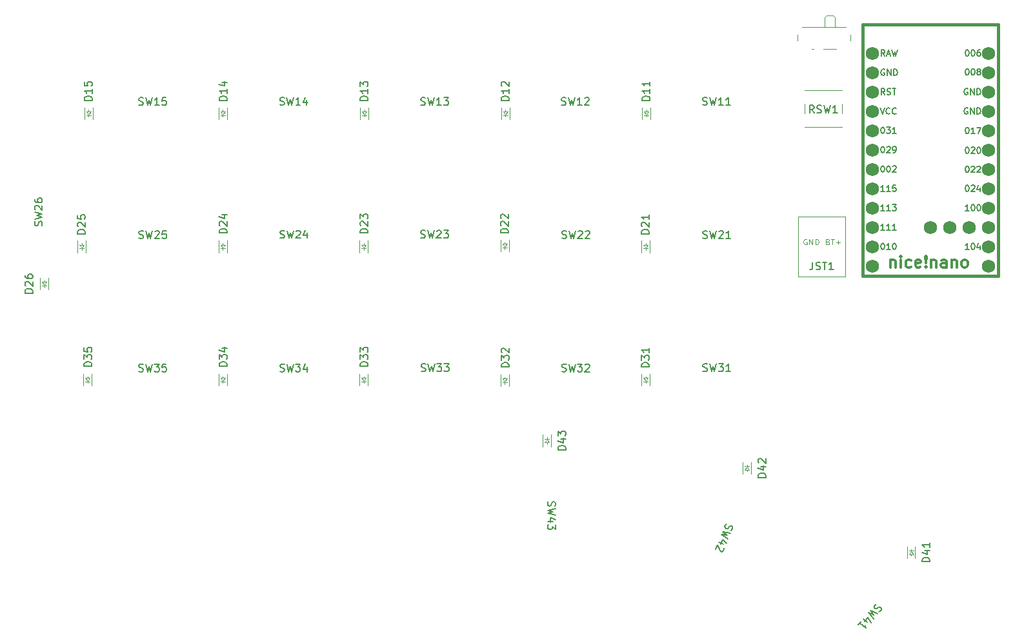
<source format=gbr>
%TF.GenerationSoftware,KiCad,Pcbnew,(6.0.7-1)-1*%
%TF.CreationDate,2022-10-16T21:29:02-07:00*%
%TF.ProjectId,karn-left,6b61726e-2d6c-4656-9674-2e6b69636164,rev?*%
%TF.SameCoordinates,Original*%
%TF.FileFunction,Legend,Top*%
%TF.FilePolarity,Positive*%
%FSLAX46Y46*%
G04 Gerber Fmt 4.6, Leading zero omitted, Abs format (unit mm)*
G04 Created by KiCad (PCBNEW (6.0.7-1)-1) date 2022-10-16 21:29:02*
%MOMM*%
%LPD*%
G01*
G04 APERTURE LIST*
%ADD10C,0.100000*%
%ADD11C,0.150000*%
%ADD12C,0.300000*%
%ADD13C,0.120000*%
%ADD14C,0.381000*%
%ADD15C,1.752600*%
G04 APERTURE END LIST*
D10*
X164603571Y-61446428D02*
X164710714Y-61482142D01*
X164746428Y-61517857D01*
X164782142Y-61589285D01*
X164782142Y-61696428D01*
X164746428Y-61767857D01*
X164710714Y-61803571D01*
X164639285Y-61839285D01*
X164353571Y-61839285D01*
X164353571Y-61089285D01*
X164603571Y-61089285D01*
X164675000Y-61125000D01*
X164710714Y-61160714D01*
X164746428Y-61232142D01*
X164746428Y-61303571D01*
X164710714Y-61375000D01*
X164675000Y-61410714D01*
X164603571Y-61446428D01*
X164353571Y-61446428D01*
X164996428Y-61089285D02*
X165425000Y-61089285D01*
X165210714Y-61839285D02*
X165210714Y-61089285D01*
X165675000Y-61553571D02*
X166246428Y-61553571D01*
X165960714Y-61839285D02*
X165960714Y-61267857D01*
X161828571Y-61125000D02*
X161757142Y-61089285D01*
X161650000Y-61089285D01*
X161542857Y-61125000D01*
X161471428Y-61196428D01*
X161435714Y-61267857D01*
X161400000Y-61410714D01*
X161400000Y-61517857D01*
X161435714Y-61660714D01*
X161471428Y-61732142D01*
X161542857Y-61803571D01*
X161650000Y-61839285D01*
X161721428Y-61839285D01*
X161828571Y-61803571D01*
X161864285Y-61767857D01*
X161864285Y-61517857D01*
X161721428Y-61517857D01*
X162185714Y-61839285D02*
X162185714Y-61089285D01*
X162614285Y-61839285D01*
X162614285Y-61089285D01*
X162971428Y-61839285D02*
X162971428Y-61089285D01*
X163150000Y-61089285D01*
X163257142Y-61125000D01*
X163328571Y-61196428D01*
X163364285Y-61267857D01*
X163400000Y-61410714D01*
X163400000Y-61517857D01*
X163364285Y-61660714D01*
X163328571Y-61732142D01*
X163257142Y-61803571D01*
X163150000Y-61839285D01*
X162971428Y-61839285D01*
D11*
%TO.C,JST1*%
X162609523Y-64138886D02*
X162609523Y-64853172D01*
X162561904Y-64996029D01*
X162466666Y-65091267D01*
X162323809Y-65138886D01*
X162228571Y-65138886D01*
X163038095Y-65091267D02*
X163180952Y-65138886D01*
X163419047Y-65138886D01*
X163514285Y-65091267D01*
X163561904Y-65043648D01*
X163609523Y-64948410D01*
X163609523Y-64853172D01*
X163561904Y-64757934D01*
X163514285Y-64710315D01*
X163419047Y-64662696D01*
X163228571Y-64615077D01*
X163133333Y-64567458D01*
X163085714Y-64519839D01*
X163038095Y-64424601D01*
X163038095Y-64329363D01*
X163085714Y-64234125D01*
X163133333Y-64186506D01*
X163228571Y-64138886D01*
X163466666Y-64138886D01*
X163609523Y-64186506D01*
X163895238Y-64138886D02*
X164466666Y-64138886D01*
X164180952Y-65138886D02*
X164180952Y-64138886D01*
X165323809Y-65138886D02*
X164752380Y-65138886D01*
X165038095Y-65138886D02*
X165038095Y-64138886D01*
X164942857Y-64281744D01*
X164847619Y-64376982D01*
X164752380Y-64424601D01*
%TO.C,RSW1*%
X162785714Y-44552380D02*
X162452380Y-44076190D01*
X162214285Y-44552380D02*
X162214285Y-43552380D01*
X162595238Y-43552380D01*
X162690476Y-43600000D01*
X162738095Y-43647619D01*
X162785714Y-43742857D01*
X162785714Y-43885714D01*
X162738095Y-43980952D01*
X162690476Y-44028571D01*
X162595238Y-44076190D01*
X162214285Y-44076190D01*
X163166666Y-44504761D02*
X163309523Y-44552380D01*
X163547619Y-44552380D01*
X163642857Y-44504761D01*
X163690476Y-44457142D01*
X163738095Y-44361904D01*
X163738095Y-44266666D01*
X163690476Y-44171428D01*
X163642857Y-44123809D01*
X163547619Y-44076190D01*
X163357142Y-44028571D01*
X163261904Y-43980952D01*
X163214285Y-43933333D01*
X163166666Y-43838095D01*
X163166666Y-43742857D01*
X163214285Y-43647619D01*
X163261904Y-43600000D01*
X163357142Y-43552380D01*
X163595238Y-43552380D01*
X163738095Y-43600000D01*
X164071428Y-43552380D02*
X164309523Y-44552380D01*
X164500000Y-43838095D01*
X164690476Y-44552380D01*
X164928571Y-43552380D01*
X165833333Y-44552380D02*
X165261904Y-44552380D01*
X165547619Y-44552380D02*
X165547619Y-43552380D01*
X165452380Y-43695238D01*
X165357142Y-43790476D01*
X165261904Y-43838095D01*
%TO.C,D31*%
X141152380Y-77914285D02*
X140152380Y-77914285D01*
X140152380Y-77676190D01*
X140200000Y-77533333D01*
X140295238Y-77438095D01*
X140390476Y-77390476D01*
X140580952Y-77342857D01*
X140723809Y-77342857D01*
X140914285Y-77390476D01*
X141009523Y-77438095D01*
X141104761Y-77533333D01*
X141152380Y-77676190D01*
X141152380Y-77914285D01*
X140152380Y-77009523D02*
X140152380Y-76390476D01*
X140533333Y-76723809D01*
X140533333Y-76580952D01*
X140580952Y-76485714D01*
X140628571Y-76438095D01*
X140723809Y-76390476D01*
X140961904Y-76390476D01*
X141057142Y-76438095D01*
X141104761Y-76485714D01*
X141152380Y-76580952D01*
X141152380Y-76866666D01*
X141104761Y-76961904D01*
X141057142Y-77009523D01*
X141152380Y-75438095D02*
X141152380Y-76009523D01*
X141152380Y-75723809D02*
X140152380Y-75723809D01*
X140295238Y-75819047D01*
X140390476Y-75914285D01*
X140438095Y-76009523D01*
%TO.C,D24*%
X85752380Y-60314285D02*
X84752380Y-60314285D01*
X84752380Y-60076190D01*
X84800000Y-59933333D01*
X84895238Y-59838095D01*
X84990476Y-59790476D01*
X85180952Y-59742857D01*
X85323809Y-59742857D01*
X85514285Y-59790476D01*
X85609523Y-59838095D01*
X85704761Y-59933333D01*
X85752380Y-60076190D01*
X85752380Y-60314285D01*
X84847619Y-59361904D02*
X84800000Y-59314285D01*
X84752380Y-59219047D01*
X84752380Y-58980952D01*
X84800000Y-58885714D01*
X84847619Y-58838095D01*
X84942857Y-58790476D01*
X85038095Y-58790476D01*
X85180952Y-58838095D01*
X85752380Y-59409523D01*
X85752380Y-58790476D01*
X85085714Y-57933333D02*
X85752380Y-57933333D01*
X84704761Y-58171428D02*
X85419047Y-58409523D01*
X85419047Y-57790476D01*
%TO.C,D21*%
X141152380Y-60414285D02*
X140152380Y-60414285D01*
X140152380Y-60176190D01*
X140200000Y-60033333D01*
X140295238Y-59938095D01*
X140390476Y-59890476D01*
X140580952Y-59842857D01*
X140723809Y-59842857D01*
X140914285Y-59890476D01*
X141009523Y-59938095D01*
X141104761Y-60033333D01*
X141152380Y-60176190D01*
X141152380Y-60414285D01*
X140247619Y-59461904D02*
X140200000Y-59414285D01*
X140152380Y-59319047D01*
X140152380Y-59080952D01*
X140200000Y-58985714D01*
X140247619Y-58938095D01*
X140342857Y-58890476D01*
X140438095Y-58890476D01*
X140580952Y-58938095D01*
X141152380Y-59509523D01*
X141152380Y-58890476D01*
X141152380Y-57938095D02*
X141152380Y-58509523D01*
X141152380Y-58223809D02*
X140152380Y-58223809D01*
X140295238Y-58319047D01*
X140390476Y-58414285D01*
X140438095Y-58509523D01*
%TO.C,D14*%
X85752380Y-42914285D02*
X84752380Y-42914285D01*
X84752380Y-42676190D01*
X84800000Y-42533333D01*
X84895238Y-42438095D01*
X84990476Y-42390476D01*
X85180952Y-42342857D01*
X85323809Y-42342857D01*
X85514285Y-42390476D01*
X85609523Y-42438095D01*
X85704761Y-42533333D01*
X85752380Y-42676190D01*
X85752380Y-42914285D01*
X85752380Y-41390476D02*
X85752380Y-41961904D01*
X85752380Y-41676190D02*
X84752380Y-41676190D01*
X84895238Y-41771428D01*
X84990476Y-41866666D01*
X85038095Y-41961904D01*
X85085714Y-40533333D02*
X85752380Y-40533333D01*
X84704761Y-40771428D02*
X85419047Y-41009523D01*
X85419047Y-40390476D01*
%TO.C,D42*%
X156452380Y-92414285D02*
X155452380Y-92414285D01*
X155452380Y-92176190D01*
X155500000Y-92033333D01*
X155595238Y-91938095D01*
X155690476Y-91890476D01*
X155880952Y-91842857D01*
X156023809Y-91842857D01*
X156214285Y-91890476D01*
X156309523Y-91938095D01*
X156404761Y-92033333D01*
X156452380Y-92176190D01*
X156452380Y-92414285D01*
X155785714Y-90985714D02*
X156452380Y-90985714D01*
X155404761Y-91223809D02*
X156119047Y-91461904D01*
X156119047Y-90842857D01*
X155547619Y-90509523D02*
X155500000Y-90461904D01*
X155452380Y-90366666D01*
X155452380Y-90128571D01*
X155500000Y-90033333D01*
X155547619Y-89985714D01*
X155642857Y-89938095D01*
X155738095Y-89938095D01*
X155880952Y-89985714D01*
X156452380Y-90557142D01*
X156452380Y-89938095D01*
%TO.C,D26*%
X60252380Y-68214285D02*
X59252380Y-68214285D01*
X59252380Y-67976190D01*
X59300000Y-67833333D01*
X59395238Y-67738095D01*
X59490476Y-67690476D01*
X59680952Y-67642857D01*
X59823809Y-67642857D01*
X60014285Y-67690476D01*
X60109523Y-67738095D01*
X60204761Y-67833333D01*
X60252380Y-67976190D01*
X60252380Y-68214285D01*
X59347619Y-67261904D02*
X59300000Y-67214285D01*
X59252380Y-67119047D01*
X59252380Y-66880952D01*
X59300000Y-66785714D01*
X59347619Y-66738095D01*
X59442857Y-66690476D01*
X59538095Y-66690476D01*
X59680952Y-66738095D01*
X60252380Y-67309523D01*
X60252380Y-66690476D01*
X59252380Y-65833333D02*
X59252380Y-66023809D01*
X59300000Y-66119047D01*
X59347619Y-66166666D01*
X59490476Y-66261904D01*
X59680952Y-66309523D01*
X60061904Y-66309523D01*
X60157142Y-66261904D01*
X60204761Y-66214285D01*
X60252380Y-66119047D01*
X60252380Y-65928571D01*
X60204761Y-65833333D01*
X60157142Y-65785714D01*
X60061904Y-65738095D01*
X59823809Y-65738095D01*
X59728571Y-65785714D01*
X59680952Y-65833333D01*
X59633333Y-65928571D01*
X59633333Y-66119047D01*
X59680952Y-66214285D01*
X59728571Y-66261904D01*
X59823809Y-66309523D01*
%TO.C,D35*%
X68021810Y-77814285D02*
X67021810Y-77814285D01*
X67021810Y-77576190D01*
X67069430Y-77433333D01*
X67164668Y-77338095D01*
X67259906Y-77290476D01*
X67450382Y-77242857D01*
X67593239Y-77242857D01*
X67783715Y-77290476D01*
X67878953Y-77338095D01*
X67974191Y-77433333D01*
X68021810Y-77576190D01*
X68021810Y-77814285D01*
X67021810Y-76909523D02*
X67021810Y-76290476D01*
X67402763Y-76623809D01*
X67402763Y-76480952D01*
X67450382Y-76385714D01*
X67498001Y-76338095D01*
X67593239Y-76290476D01*
X67831334Y-76290476D01*
X67926572Y-76338095D01*
X67974191Y-76385714D01*
X68021810Y-76480952D01*
X68021810Y-76766666D01*
X67974191Y-76861904D01*
X67926572Y-76909523D01*
X67021810Y-75385714D02*
X67021810Y-75861904D01*
X67498001Y-75909523D01*
X67450382Y-75861904D01*
X67402763Y-75766666D01*
X67402763Y-75528571D01*
X67450382Y-75433333D01*
X67498001Y-75385714D01*
X67593239Y-75338095D01*
X67831334Y-75338095D01*
X67926572Y-75385714D01*
X67974191Y-75433333D01*
X68021810Y-75528571D01*
X68021810Y-75766666D01*
X67974191Y-75861904D01*
X67926572Y-75909523D01*
%TO.C,D43*%
X130198721Y-88804959D02*
X129198721Y-88804959D01*
X129198721Y-88566864D01*
X129246341Y-88424007D01*
X129341579Y-88328769D01*
X129436817Y-88281150D01*
X129627293Y-88233531D01*
X129770150Y-88233531D01*
X129960626Y-88281150D01*
X130055864Y-88328769D01*
X130151102Y-88424007D01*
X130198721Y-88566864D01*
X130198721Y-88804959D01*
X129532055Y-87376388D02*
X130198721Y-87376388D01*
X129151102Y-87614483D02*
X129865388Y-87852578D01*
X129865388Y-87233531D01*
X129198721Y-86947816D02*
X129198721Y-86328769D01*
X129579674Y-86662102D01*
X129579674Y-86519245D01*
X129627293Y-86424007D01*
X129674912Y-86376388D01*
X129770150Y-86328769D01*
X130008245Y-86328769D01*
X130103483Y-86376388D01*
X130151102Y-86424007D01*
X130198721Y-86519245D01*
X130198721Y-86804959D01*
X130151102Y-86900197D01*
X130103483Y-86947816D01*
%TO.C,D41*%
X177982097Y-103492071D02*
X176982097Y-103492071D01*
X176982097Y-103253976D01*
X177029717Y-103111119D01*
X177124955Y-103015881D01*
X177220193Y-102968262D01*
X177410669Y-102920643D01*
X177553526Y-102920643D01*
X177744002Y-102968262D01*
X177839240Y-103015881D01*
X177934478Y-103111119D01*
X177982097Y-103253976D01*
X177982097Y-103492071D01*
X177315431Y-102063500D02*
X177982097Y-102063500D01*
X176934478Y-102301595D02*
X177648764Y-102539690D01*
X177648764Y-101920643D01*
X177982097Y-101015881D02*
X177982097Y-101587309D01*
X177982097Y-101301595D02*
X176982097Y-101301595D01*
X177124955Y-101396833D01*
X177220193Y-101492071D01*
X177267812Y-101587309D01*
%TO.C,D33*%
X104252380Y-77814285D02*
X103252380Y-77814285D01*
X103252380Y-77576190D01*
X103300000Y-77433333D01*
X103395238Y-77338095D01*
X103490476Y-77290476D01*
X103680952Y-77242857D01*
X103823809Y-77242857D01*
X104014285Y-77290476D01*
X104109523Y-77338095D01*
X104204761Y-77433333D01*
X104252380Y-77576190D01*
X104252380Y-77814285D01*
X103252380Y-76909523D02*
X103252380Y-76290476D01*
X103633333Y-76623809D01*
X103633333Y-76480952D01*
X103680952Y-76385714D01*
X103728571Y-76338095D01*
X103823809Y-76290476D01*
X104061904Y-76290476D01*
X104157142Y-76338095D01*
X104204761Y-76385714D01*
X104252380Y-76480952D01*
X104252380Y-76766666D01*
X104204761Y-76861904D01*
X104157142Y-76909523D01*
X103252380Y-75957142D02*
X103252380Y-75338095D01*
X103633333Y-75671428D01*
X103633333Y-75528571D01*
X103680952Y-75433333D01*
X103728571Y-75385714D01*
X103823809Y-75338095D01*
X104061904Y-75338095D01*
X104157142Y-75385714D01*
X104204761Y-75433333D01*
X104252380Y-75528571D01*
X104252380Y-75814285D01*
X104204761Y-75909523D01*
X104157142Y-75957142D01*
%TO.C,D22*%
X122652380Y-60314285D02*
X121652380Y-60314285D01*
X121652380Y-60076190D01*
X121700000Y-59933333D01*
X121795238Y-59838095D01*
X121890476Y-59790476D01*
X122080952Y-59742857D01*
X122223809Y-59742857D01*
X122414285Y-59790476D01*
X122509523Y-59838095D01*
X122604761Y-59933333D01*
X122652380Y-60076190D01*
X122652380Y-60314285D01*
X121747619Y-59361904D02*
X121700000Y-59314285D01*
X121652380Y-59219047D01*
X121652380Y-58980952D01*
X121700000Y-58885714D01*
X121747619Y-58838095D01*
X121842857Y-58790476D01*
X121938095Y-58790476D01*
X122080952Y-58838095D01*
X122652380Y-59409523D01*
X122652380Y-58790476D01*
X121747619Y-58409523D02*
X121700000Y-58361904D01*
X121652380Y-58266666D01*
X121652380Y-58028571D01*
X121700000Y-57933333D01*
X121747619Y-57885714D01*
X121842857Y-57838095D01*
X121938095Y-57838095D01*
X122080952Y-57885714D01*
X122652380Y-58457142D01*
X122652380Y-57838095D01*
%TO.C,D11*%
X141252380Y-42914285D02*
X140252380Y-42914285D01*
X140252380Y-42676190D01*
X140300000Y-42533333D01*
X140395238Y-42438095D01*
X140490476Y-42390476D01*
X140680952Y-42342857D01*
X140823809Y-42342857D01*
X141014285Y-42390476D01*
X141109523Y-42438095D01*
X141204761Y-42533333D01*
X141252380Y-42676190D01*
X141252380Y-42914285D01*
X141252380Y-41390476D02*
X141252380Y-41961904D01*
X141252380Y-41676190D02*
X140252380Y-41676190D01*
X140395238Y-41771428D01*
X140490476Y-41866666D01*
X140538095Y-41961904D01*
X141252380Y-40438095D02*
X141252380Y-41009523D01*
X141252380Y-40723809D02*
X140252380Y-40723809D01*
X140395238Y-40819047D01*
X140490476Y-40914285D01*
X140538095Y-41009523D01*
%TO.C,D13*%
X104252380Y-42914285D02*
X103252380Y-42914285D01*
X103252380Y-42676190D01*
X103300000Y-42533333D01*
X103395238Y-42438095D01*
X103490476Y-42390476D01*
X103680952Y-42342857D01*
X103823809Y-42342857D01*
X104014285Y-42390476D01*
X104109523Y-42438095D01*
X104204761Y-42533333D01*
X104252380Y-42676190D01*
X104252380Y-42914285D01*
X104252380Y-41390476D02*
X104252380Y-41961904D01*
X104252380Y-41676190D02*
X103252380Y-41676190D01*
X103395238Y-41771428D01*
X103490476Y-41866666D01*
X103538095Y-41961904D01*
X103252380Y-41057142D02*
X103252380Y-40438095D01*
X103633333Y-40771428D01*
X103633333Y-40628571D01*
X103680952Y-40533333D01*
X103728571Y-40485714D01*
X103823809Y-40438095D01*
X104061904Y-40438095D01*
X104157142Y-40485714D01*
X104204761Y-40533333D01*
X104252380Y-40628571D01*
X104252380Y-40914285D01*
X104204761Y-41009523D01*
X104157142Y-41057142D01*
%TO.C,D34*%
X85752380Y-77814285D02*
X84752380Y-77814285D01*
X84752380Y-77576190D01*
X84800000Y-77433333D01*
X84895238Y-77338095D01*
X84990476Y-77290476D01*
X85180952Y-77242857D01*
X85323809Y-77242857D01*
X85514285Y-77290476D01*
X85609523Y-77338095D01*
X85704761Y-77433333D01*
X85752380Y-77576190D01*
X85752380Y-77814285D01*
X84752380Y-76909523D02*
X84752380Y-76290476D01*
X85133333Y-76623809D01*
X85133333Y-76480952D01*
X85180952Y-76385714D01*
X85228571Y-76338095D01*
X85323809Y-76290476D01*
X85561904Y-76290476D01*
X85657142Y-76338095D01*
X85704761Y-76385714D01*
X85752380Y-76480952D01*
X85752380Y-76766666D01*
X85704761Y-76861904D01*
X85657142Y-76909523D01*
X85085714Y-75433333D02*
X85752380Y-75433333D01*
X84704761Y-75671428D02*
X85419047Y-75909523D01*
X85419047Y-75290476D01*
%TO.C,D12*%
X122752380Y-42914285D02*
X121752380Y-42914285D01*
X121752380Y-42676190D01*
X121800000Y-42533333D01*
X121895238Y-42438095D01*
X121990476Y-42390476D01*
X122180952Y-42342857D01*
X122323809Y-42342857D01*
X122514285Y-42390476D01*
X122609523Y-42438095D01*
X122704761Y-42533333D01*
X122752380Y-42676190D01*
X122752380Y-42914285D01*
X122752380Y-41390476D02*
X122752380Y-41961904D01*
X122752380Y-41676190D02*
X121752380Y-41676190D01*
X121895238Y-41771428D01*
X121990476Y-41866666D01*
X122038095Y-41961904D01*
X121847619Y-41009523D02*
X121800000Y-40961904D01*
X121752380Y-40866666D01*
X121752380Y-40628571D01*
X121800000Y-40533333D01*
X121847619Y-40485714D01*
X121942857Y-40438095D01*
X122038095Y-40438095D01*
X122180952Y-40485714D01*
X122752380Y-41057142D01*
X122752380Y-40438095D01*
%TO.C,D23*%
X104252380Y-60314285D02*
X103252380Y-60314285D01*
X103252380Y-60076190D01*
X103300000Y-59933333D01*
X103395238Y-59838095D01*
X103490476Y-59790476D01*
X103680952Y-59742857D01*
X103823809Y-59742857D01*
X104014285Y-59790476D01*
X104109523Y-59838095D01*
X104204761Y-59933333D01*
X104252380Y-60076190D01*
X104252380Y-60314285D01*
X103347619Y-59361904D02*
X103300000Y-59314285D01*
X103252380Y-59219047D01*
X103252380Y-58980952D01*
X103300000Y-58885714D01*
X103347619Y-58838095D01*
X103442857Y-58790476D01*
X103538095Y-58790476D01*
X103680952Y-58838095D01*
X104252380Y-59409523D01*
X104252380Y-58790476D01*
X103252380Y-58457142D02*
X103252380Y-57838095D01*
X103633333Y-58171428D01*
X103633333Y-58028571D01*
X103680952Y-57933333D01*
X103728571Y-57885714D01*
X103823809Y-57838095D01*
X104061904Y-57838095D01*
X104157142Y-57885714D01*
X104204761Y-57933333D01*
X104252380Y-58028571D01*
X104252380Y-58314285D01*
X104204761Y-58409523D01*
X104157142Y-58457142D01*
%TO.C,D32*%
X122752380Y-77914285D02*
X121752380Y-77914285D01*
X121752380Y-77676190D01*
X121800000Y-77533333D01*
X121895238Y-77438095D01*
X121990476Y-77390476D01*
X122180952Y-77342857D01*
X122323809Y-77342857D01*
X122514285Y-77390476D01*
X122609523Y-77438095D01*
X122704761Y-77533333D01*
X122752380Y-77676190D01*
X122752380Y-77914285D01*
X121752380Y-77009523D02*
X121752380Y-76390476D01*
X122133333Y-76723809D01*
X122133333Y-76580952D01*
X122180952Y-76485714D01*
X122228571Y-76438095D01*
X122323809Y-76390476D01*
X122561904Y-76390476D01*
X122657142Y-76438095D01*
X122704761Y-76485714D01*
X122752380Y-76580952D01*
X122752380Y-76866666D01*
X122704761Y-76961904D01*
X122657142Y-77009523D01*
X121847619Y-76009523D02*
X121800000Y-75961904D01*
X121752380Y-75866666D01*
X121752380Y-75628571D01*
X121800000Y-75533333D01*
X121847619Y-75485714D01*
X121942857Y-75438095D01*
X122038095Y-75438095D01*
X122180952Y-75485714D01*
X122752380Y-76057142D01*
X122752380Y-75438095D01*
%TO.C,D15*%
X68050718Y-42914285D02*
X67050718Y-42914285D01*
X67050718Y-42676190D01*
X67098338Y-42533333D01*
X67193576Y-42438095D01*
X67288814Y-42390476D01*
X67479290Y-42342857D01*
X67622147Y-42342857D01*
X67812623Y-42390476D01*
X67907861Y-42438095D01*
X68003099Y-42533333D01*
X68050718Y-42676190D01*
X68050718Y-42914285D01*
X68050718Y-41390476D02*
X68050718Y-41961904D01*
X68050718Y-41676190D02*
X67050718Y-41676190D01*
X67193576Y-41771428D01*
X67288814Y-41866666D01*
X67336433Y-41961904D01*
X67050718Y-40485714D02*
X67050718Y-40961904D01*
X67526909Y-41009523D01*
X67479290Y-40961904D01*
X67431671Y-40866666D01*
X67431671Y-40628571D01*
X67479290Y-40533333D01*
X67526909Y-40485714D01*
X67622147Y-40438095D01*
X67860242Y-40438095D01*
X67955480Y-40485714D01*
X68003099Y-40533333D01*
X68050718Y-40628571D01*
X68050718Y-40866666D01*
X68003099Y-40961904D01*
X67955480Y-41009523D01*
%TO.C,D25*%
X67152380Y-60414285D02*
X66152380Y-60414285D01*
X66152380Y-60176190D01*
X66200000Y-60033333D01*
X66295238Y-59938095D01*
X66390476Y-59890476D01*
X66580952Y-59842857D01*
X66723809Y-59842857D01*
X66914285Y-59890476D01*
X67009523Y-59938095D01*
X67104761Y-60033333D01*
X67152380Y-60176190D01*
X67152380Y-60414285D01*
X66247619Y-59461904D02*
X66200000Y-59414285D01*
X66152380Y-59319047D01*
X66152380Y-59080952D01*
X66200000Y-58985714D01*
X66247619Y-58938095D01*
X66342857Y-58890476D01*
X66438095Y-58890476D01*
X66580952Y-58938095D01*
X67152380Y-59509523D01*
X67152380Y-58890476D01*
X66152380Y-57985714D02*
X66152380Y-58461904D01*
X66628571Y-58509523D01*
X66580952Y-58461904D01*
X66533333Y-58366666D01*
X66533333Y-58128571D01*
X66580952Y-58033333D01*
X66628571Y-57985714D01*
X66723809Y-57938095D01*
X66961904Y-57938095D01*
X67057142Y-57985714D01*
X67104761Y-58033333D01*
X67152380Y-58128571D01*
X67152380Y-58366666D01*
X67104761Y-58461904D01*
X67057142Y-58509523D01*
%TO.C,SW24*%
X92725350Y-60942049D02*
X92868207Y-60989668D01*
X93106302Y-60989668D01*
X93201540Y-60942049D01*
X93249159Y-60894430D01*
X93296778Y-60799192D01*
X93296778Y-60703954D01*
X93249159Y-60608716D01*
X93201540Y-60561097D01*
X93106302Y-60513478D01*
X92915826Y-60465859D01*
X92820588Y-60418240D01*
X92772969Y-60370621D01*
X92725350Y-60275383D01*
X92725350Y-60180145D01*
X92772969Y-60084907D01*
X92820588Y-60037288D01*
X92915826Y-59989668D01*
X93153921Y-59989668D01*
X93296778Y-60037288D01*
X93630112Y-59989668D02*
X93868207Y-60989668D01*
X94058683Y-60275383D01*
X94249159Y-60989668D01*
X94487254Y-59989668D01*
X94820588Y-60084907D02*
X94868207Y-60037288D01*
X94963445Y-59989668D01*
X95201540Y-59989668D01*
X95296778Y-60037288D01*
X95344397Y-60084907D01*
X95392016Y-60180145D01*
X95392016Y-60275383D01*
X95344397Y-60418240D01*
X94772969Y-60989668D01*
X95392016Y-60989668D01*
X96249159Y-60323002D02*
X96249159Y-60989668D01*
X96011064Y-59942049D02*
X95772969Y-60656335D01*
X96392016Y-60656335D01*
%TO.C,SW22*%
X129731587Y-61001223D02*
X129874444Y-61048842D01*
X130112539Y-61048842D01*
X130207777Y-61001223D01*
X130255396Y-60953604D01*
X130303015Y-60858366D01*
X130303015Y-60763128D01*
X130255396Y-60667890D01*
X130207777Y-60620271D01*
X130112539Y-60572652D01*
X129922063Y-60525033D01*
X129826825Y-60477414D01*
X129779206Y-60429795D01*
X129731587Y-60334557D01*
X129731587Y-60239319D01*
X129779206Y-60144081D01*
X129826825Y-60096462D01*
X129922063Y-60048842D01*
X130160158Y-60048842D01*
X130303015Y-60096462D01*
X130636349Y-60048842D02*
X130874444Y-61048842D01*
X131064920Y-60334557D01*
X131255396Y-61048842D01*
X131493491Y-60048842D01*
X131826825Y-60144081D02*
X131874444Y-60096462D01*
X131969682Y-60048842D01*
X132207777Y-60048842D01*
X132303015Y-60096462D01*
X132350634Y-60144081D01*
X132398253Y-60239319D01*
X132398253Y-60334557D01*
X132350634Y-60477414D01*
X131779206Y-61048842D01*
X132398253Y-61048842D01*
X132779206Y-60144081D02*
X132826825Y-60096462D01*
X132922063Y-60048842D01*
X133160158Y-60048842D01*
X133255396Y-60096462D01*
X133303015Y-60144081D01*
X133350634Y-60239319D01*
X133350634Y-60334557D01*
X133303015Y-60477414D01*
X132731587Y-61048842D01*
X133350634Y-61048842D01*
%TO.C,SW43*%
X127894552Y-95615596D02*
X127846933Y-95758453D01*
X127846933Y-95996548D01*
X127894552Y-96091786D01*
X127942171Y-96139405D01*
X128037409Y-96187024D01*
X128132647Y-96187024D01*
X128227885Y-96139405D01*
X128275504Y-96091786D01*
X128323123Y-95996548D01*
X128370742Y-95806072D01*
X128418361Y-95710834D01*
X128465980Y-95663215D01*
X128561218Y-95615596D01*
X128656456Y-95615596D01*
X128751694Y-95663215D01*
X128799314Y-95710834D01*
X128846933Y-95806072D01*
X128846933Y-96044167D01*
X128799314Y-96187024D01*
X128846933Y-96520358D02*
X127846933Y-96758453D01*
X128561218Y-96948929D01*
X127846933Y-97139405D01*
X128846933Y-97377500D01*
X128513599Y-98187024D02*
X127846933Y-98187024D01*
X128894552Y-97948929D02*
X128180266Y-97710834D01*
X128180266Y-98329881D01*
X128846933Y-98615596D02*
X128846933Y-99234643D01*
X128465980Y-98901310D01*
X128465980Y-99044167D01*
X128418361Y-99139405D01*
X128370742Y-99187024D01*
X128275504Y-99234643D01*
X128037409Y-99234643D01*
X127942171Y-99187024D01*
X127894552Y-99139405D01*
X127846933Y-99044167D01*
X127846933Y-98758453D01*
X127894552Y-98663215D01*
X127942171Y-98615596D01*
%TO.C,SW12*%
X129659077Y-43477141D02*
X129801934Y-43524760D01*
X130040029Y-43524760D01*
X130135267Y-43477141D01*
X130182886Y-43429522D01*
X130230505Y-43334284D01*
X130230505Y-43239046D01*
X130182886Y-43143808D01*
X130135267Y-43096189D01*
X130040029Y-43048570D01*
X129849553Y-43000951D01*
X129754315Y-42953332D01*
X129706696Y-42905713D01*
X129659077Y-42810475D01*
X129659077Y-42715237D01*
X129706696Y-42619999D01*
X129754315Y-42572380D01*
X129849553Y-42524760D01*
X130087648Y-42524760D01*
X130230505Y-42572380D01*
X130563839Y-42524760D02*
X130801934Y-43524760D01*
X130992410Y-42810475D01*
X131182886Y-43524760D01*
X131420981Y-42524760D01*
X132325743Y-43524760D02*
X131754315Y-43524760D01*
X132040029Y-43524760D02*
X132040029Y-42524760D01*
X131944791Y-42667618D01*
X131849553Y-42762856D01*
X131754315Y-42810475D01*
X132706696Y-42619999D02*
X132754315Y-42572380D01*
X132849553Y-42524760D01*
X133087648Y-42524760D01*
X133182886Y-42572380D01*
X133230505Y-42619999D01*
X133278124Y-42715237D01*
X133278124Y-42810475D01*
X133230505Y-42953332D01*
X132659077Y-43524760D01*
X133278124Y-43524760D01*
%TO.C,SW13*%
X111201570Y-43492197D02*
X111344427Y-43539816D01*
X111582522Y-43539816D01*
X111677760Y-43492197D01*
X111725379Y-43444578D01*
X111772998Y-43349340D01*
X111772998Y-43254102D01*
X111725379Y-43158864D01*
X111677760Y-43111245D01*
X111582522Y-43063626D01*
X111392046Y-43016007D01*
X111296808Y-42968388D01*
X111249189Y-42920769D01*
X111201570Y-42825531D01*
X111201570Y-42730293D01*
X111249189Y-42635055D01*
X111296808Y-42587436D01*
X111392046Y-42539816D01*
X111630141Y-42539816D01*
X111772998Y-42587436D01*
X112106332Y-42539816D02*
X112344427Y-43539816D01*
X112534903Y-42825531D01*
X112725379Y-43539816D01*
X112963474Y-42539816D01*
X113868236Y-43539816D02*
X113296808Y-43539816D01*
X113582522Y-43539816D02*
X113582522Y-42539816D01*
X113487284Y-42682674D01*
X113392046Y-42777912D01*
X113296808Y-42825531D01*
X114201570Y-42539816D02*
X114820617Y-42539816D01*
X114487284Y-42920769D01*
X114630141Y-42920769D01*
X114725379Y-42968388D01*
X114772998Y-43016007D01*
X114820617Y-43111245D01*
X114820617Y-43349340D01*
X114772998Y-43444578D01*
X114725379Y-43492197D01*
X114630141Y-43539816D01*
X114344427Y-43539816D01*
X114249189Y-43492197D01*
X114201570Y-43444578D01*
%TO.C,SW26*%
X61467991Y-59367642D02*
X61515610Y-59224785D01*
X61515610Y-58986690D01*
X61467991Y-58891452D01*
X61420372Y-58843833D01*
X61325134Y-58796214D01*
X61229896Y-58796214D01*
X61134658Y-58843833D01*
X61087039Y-58891452D01*
X61039420Y-58986690D01*
X60991801Y-59177166D01*
X60944182Y-59272404D01*
X60896563Y-59320023D01*
X60801325Y-59367642D01*
X60706087Y-59367642D01*
X60610849Y-59320023D01*
X60563230Y-59272404D01*
X60515610Y-59177166D01*
X60515610Y-58939071D01*
X60563230Y-58796214D01*
X60515610Y-58462880D02*
X61515610Y-58224785D01*
X60801325Y-58034309D01*
X61515610Y-57843833D01*
X60515610Y-57605738D01*
X60610849Y-57272404D02*
X60563230Y-57224785D01*
X60515610Y-57129547D01*
X60515610Y-56891452D01*
X60563230Y-56796214D01*
X60610849Y-56748595D01*
X60706087Y-56700976D01*
X60801325Y-56700976D01*
X60944182Y-56748595D01*
X61515610Y-57320023D01*
X61515610Y-56700976D01*
X60515610Y-55843833D02*
X60515610Y-56034309D01*
X60563230Y-56129547D01*
X60610849Y-56177166D01*
X60753706Y-56272404D01*
X60944182Y-56320023D01*
X61325134Y-56320023D01*
X61420372Y-56272404D01*
X61467991Y-56224785D01*
X61515610Y-56129547D01*
X61515610Y-55939071D01*
X61467991Y-55843833D01*
X61420372Y-55796214D01*
X61325134Y-55748595D01*
X61087039Y-55748595D01*
X60991801Y-55796214D01*
X60944182Y-55843833D01*
X60896563Y-55939071D01*
X60896563Y-56129547D01*
X60944182Y-56224785D01*
X60991801Y-56272404D01*
X61087039Y-56320023D01*
%TO.C,U1*%
X182837190Y-36278654D02*
X182913380Y-36278654D01*
X182989570Y-36316750D01*
X183027666Y-36354845D01*
X183065761Y-36431035D01*
X183103856Y-36583416D01*
X183103856Y-36773892D01*
X183065761Y-36926273D01*
X183027666Y-37002464D01*
X182989570Y-37040559D01*
X182913380Y-37078654D01*
X182837190Y-37078654D01*
X182760999Y-37040559D01*
X182722904Y-37002464D01*
X182684809Y-36926273D01*
X182646713Y-36773892D01*
X182646713Y-36583416D01*
X182684809Y-36431035D01*
X182722904Y-36354845D01*
X182760999Y-36316750D01*
X182837190Y-36278654D01*
X183599094Y-36278654D02*
X183675285Y-36278654D01*
X183751475Y-36316750D01*
X183789570Y-36354845D01*
X183827666Y-36431035D01*
X183865761Y-36583416D01*
X183865761Y-36773892D01*
X183827666Y-36926273D01*
X183789570Y-37002464D01*
X183751475Y-37040559D01*
X183675285Y-37078654D01*
X183599094Y-37078654D01*
X183522904Y-37040559D01*
X183484809Y-37002464D01*
X183446713Y-36926273D01*
X183408618Y-36773892D01*
X183408618Y-36583416D01*
X183446713Y-36431035D01*
X183484809Y-36354845D01*
X183522904Y-36316750D01*
X183599094Y-36278654D01*
X184551475Y-36278654D02*
X184399094Y-36278654D01*
X184322904Y-36316750D01*
X184284809Y-36354845D01*
X184208618Y-36469130D01*
X184170523Y-36621511D01*
X184170523Y-36926273D01*
X184208618Y-37002464D01*
X184246713Y-37040559D01*
X184322904Y-37078654D01*
X184475285Y-37078654D01*
X184551475Y-37040559D01*
X184589570Y-37002464D01*
X184627666Y-36926273D01*
X184627666Y-36735797D01*
X184589570Y-36659607D01*
X184551475Y-36621511D01*
X184475285Y-36583416D01*
X184322904Y-36583416D01*
X184246713Y-36621511D01*
X184208618Y-36659607D01*
X184170523Y-36735797D01*
X172029475Y-59938654D02*
X171572332Y-59938654D01*
X171800904Y-59938654D02*
X171800904Y-59138654D01*
X171724713Y-59252940D01*
X171648523Y-59329130D01*
X171572332Y-59367226D01*
X172791380Y-59938654D02*
X172334237Y-59938654D01*
X172562809Y-59938654D02*
X172562809Y-59138654D01*
X172486618Y-59252940D01*
X172410428Y-59329130D01*
X172334237Y-59367226D01*
X173553285Y-59938654D02*
X173096142Y-59938654D01*
X173324713Y-59938654D02*
X173324713Y-59138654D01*
X173248523Y-59252940D01*
X173172332Y-59329130D01*
X173096142Y-59367226D01*
X182837190Y-38748654D02*
X182913380Y-38748654D01*
X182989570Y-38786750D01*
X183027666Y-38824845D01*
X183065761Y-38901035D01*
X183103856Y-39053416D01*
X183103856Y-39243892D01*
X183065761Y-39396273D01*
X183027666Y-39472464D01*
X182989570Y-39510559D01*
X182913380Y-39548654D01*
X182837190Y-39548654D01*
X182760999Y-39510559D01*
X182722904Y-39472464D01*
X182684809Y-39396273D01*
X182646713Y-39243892D01*
X182646713Y-39053416D01*
X182684809Y-38901035D01*
X182722904Y-38824845D01*
X182760999Y-38786750D01*
X182837190Y-38748654D01*
X183599094Y-38748654D02*
X183675285Y-38748654D01*
X183751475Y-38786750D01*
X183789570Y-38824845D01*
X183827666Y-38901035D01*
X183865761Y-39053416D01*
X183865761Y-39243892D01*
X183827666Y-39396273D01*
X183789570Y-39472464D01*
X183751475Y-39510559D01*
X183675285Y-39548654D01*
X183599094Y-39548654D01*
X183522904Y-39510559D01*
X183484809Y-39472464D01*
X183446713Y-39396273D01*
X183408618Y-39243892D01*
X183408618Y-39053416D01*
X183446713Y-38901035D01*
X183484809Y-38824845D01*
X183522904Y-38786750D01*
X183599094Y-38748654D01*
X184322904Y-39091511D02*
X184246713Y-39053416D01*
X184208618Y-39015321D01*
X184170523Y-38939130D01*
X184170523Y-38901035D01*
X184208618Y-38824845D01*
X184246713Y-38786750D01*
X184322904Y-38748654D01*
X184475285Y-38748654D01*
X184551475Y-38786750D01*
X184589570Y-38824845D01*
X184627666Y-38901035D01*
X184627666Y-38939130D01*
X184589570Y-39015321D01*
X184551475Y-39053416D01*
X184475285Y-39091511D01*
X184322904Y-39091511D01*
X184246713Y-39129607D01*
X184208618Y-39167702D01*
X184170523Y-39243892D01*
X184170523Y-39396273D01*
X184208618Y-39472464D01*
X184246713Y-39510559D01*
X184322904Y-39548654D01*
X184475285Y-39548654D01*
X184551475Y-39510559D01*
X184589570Y-39472464D01*
X184627666Y-39396273D01*
X184627666Y-39243892D01*
X184589570Y-39167702D01*
X184551475Y-39129607D01*
X184475285Y-39091511D01*
X182837190Y-49048654D02*
X182913380Y-49048654D01*
X182989570Y-49086750D01*
X183027666Y-49124845D01*
X183065761Y-49201035D01*
X183103856Y-49353416D01*
X183103856Y-49543892D01*
X183065761Y-49696273D01*
X183027666Y-49772464D01*
X182989570Y-49810559D01*
X182913380Y-49848654D01*
X182837190Y-49848654D01*
X182760999Y-49810559D01*
X182722904Y-49772464D01*
X182684809Y-49696273D01*
X182646713Y-49543892D01*
X182646713Y-49353416D01*
X182684809Y-49201035D01*
X182722904Y-49124845D01*
X182760999Y-49086750D01*
X182837190Y-49048654D01*
X183408618Y-49124845D02*
X183446713Y-49086750D01*
X183522904Y-49048654D01*
X183713380Y-49048654D01*
X183789570Y-49086750D01*
X183827666Y-49124845D01*
X183865761Y-49201035D01*
X183865761Y-49277226D01*
X183827666Y-49391511D01*
X183370523Y-49848654D01*
X183865761Y-49848654D01*
X184360999Y-49048654D02*
X184437190Y-49048654D01*
X184513380Y-49086750D01*
X184551475Y-49124845D01*
X184589570Y-49201035D01*
X184627666Y-49353416D01*
X184627666Y-49543892D01*
X184589570Y-49696273D01*
X184551475Y-49772464D01*
X184513380Y-49810559D01*
X184437190Y-49848654D01*
X184360999Y-49848654D01*
X184284809Y-49810559D01*
X184246713Y-49772464D01*
X184208618Y-49696273D01*
X184170523Y-49543892D01*
X184170523Y-49353416D01*
X184208618Y-49201035D01*
X184246713Y-49124845D01*
X184284809Y-49086750D01*
X184360999Y-49048654D01*
X171762809Y-48978654D02*
X171838999Y-48978654D01*
X171915189Y-49016750D01*
X171953285Y-49054845D01*
X171991380Y-49131035D01*
X172029475Y-49283416D01*
X172029475Y-49473892D01*
X171991380Y-49626273D01*
X171953285Y-49702464D01*
X171915189Y-49740559D01*
X171838999Y-49778654D01*
X171762809Y-49778654D01*
X171686618Y-49740559D01*
X171648523Y-49702464D01*
X171610428Y-49626273D01*
X171572332Y-49473892D01*
X171572332Y-49283416D01*
X171610428Y-49131035D01*
X171648523Y-49054845D01*
X171686618Y-49016750D01*
X171762809Y-48978654D01*
X172334237Y-49054845D02*
X172372332Y-49016750D01*
X172448523Y-48978654D01*
X172638999Y-48978654D01*
X172715189Y-49016750D01*
X172753285Y-49054845D01*
X172791380Y-49131035D01*
X172791380Y-49207226D01*
X172753285Y-49321511D01*
X172296142Y-49778654D01*
X172791380Y-49778654D01*
X173172332Y-49778654D02*
X173324713Y-49778654D01*
X173400904Y-49740559D01*
X173438999Y-49702464D01*
X173515189Y-49588178D01*
X173553285Y-49435797D01*
X173553285Y-49131035D01*
X173515189Y-49054845D01*
X173477094Y-49016750D01*
X173400904Y-48978654D01*
X173248523Y-48978654D01*
X173172332Y-49016750D01*
X173134237Y-49054845D01*
X173096142Y-49131035D01*
X173096142Y-49321511D01*
X173134237Y-49397702D01*
X173172332Y-49435797D01*
X173248523Y-49473892D01*
X173400904Y-49473892D01*
X173477094Y-49435797D01*
X173515189Y-49397702D01*
X173553285Y-49321511D01*
X182837190Y-51548654D02*
X182913380Y-51548654D01*
X182989570Y-51586750D01*
X183027666Y-51624845D01*
X183065761Y-51701035D01*
X183103856Y-51853416D01*
X183103856Y-52043892D01*
X183065761Y-52196273D01*
X183027666Y-52272464D01*
X182989570Y-52310559D01*
X182913380Y-52348654D01*
X182837190Y-52348654D01*
X182760999Y-52310559D01*
X182722904Y-52272464D01*
X182684809Y-52196273D01*
X182646713Y-52043892D01*
X182646713Y-51853416D01*
X182684809Y-51701035D01*
X182722904Y-51624845D01*
X182760999Y-51586750D01*
X182837190Y-51548654D01*
X183408618Y-51624845D02*
X183446713Y-51586750D01*
X183522904Y-51548654D01*
X183713380Y-51548654D01*
X183789570Y-51586750D01*
X183827666Y-51624845D01*
X183865761Y-51701035D01*
X183865761Y-51777226D01*
X183827666Y-51891511D01*
X183370523Y-52348654D01*
X183865761Y-52348654D01*
X184170523Y-51624845D02*
X184208618Y-51586750D01*
X184284809Y-51548654D01*
X184475285Y-51548654D01*
X184551475Y-51586750D01*
X184589570Y-51624845D01*
X184627666Y-51701035D01*
X184627666Y-51777226D01*
X184589570Y-51891511D01*
X184132428Y-52348654D01*
X184627666Y-52348654D01*
X172073904Y-37078654D02*
X171807237Y-36697702D01*
X171616761Y-37078654D02*
X171616761Y-36278654D01*
X171921523Y-36278654D01*
X171997713Y-36316750D01*
X172035808Y-36354845D01*
X172073904Y-36431035D01*
X172073904Y-36545321D01*
X172035808Y-36621511D01*
X171997713Y-36659607D01*
X171921523Y-36697702D01*
X171616761Y-36697702D01*
X172378665Y-36850083D02*
X172759618Y-36850083D01*
X172302475Y-37078654D02*
X172569142Y-36278654D01*
X172835808Y-37078654D01*
X173026285Y-36278654D02*
X173216761Y-37078654D01*
X173369142Y-36507226D01*
X173521523Y-37078654D01*
X173711999Y-36278654D01*
X171762809Y-51518654D02*
X171838999Y-51518654D01*
X171915189Y-51556750D01*
X171953285Y-51594845D01*
X171991380Y-51671035D01*
X172029475Y-51823416D01*
X172029475Y-52013892D01*
X171991380Y-52166273D01*
X171953285Y-52242464D01*
X171915189Y-52280559D01*
X171838999Y-52318654D01*
X171762809Y-52318654D01*
X171686618Y-52280559D01*
X171648523Y-52242464D01*
X171610428Y-52166273D01*
X171572332Y-52013892D01*
X171572332Y-51823416D01*
X171610428Y-51671035D01*
X171648523Y-51594845D01*
X171686618Y-51556750D01*
X171762809Y-51518654D01*
X172524713Y-51518654D02*
X172600904Y-51518654D01*
X172677094Y-51556750D01*
X172715189Y-51594845D01*
X172753285Y-51671035D01*
X172791380Y-51823416D01*
X172791380Y-52013892D01*
X172753285Y-52166273D01*
X172715189Y-52242464D01*
X172677094Y-52280559D01*
X172600904Y-52318654D01*
X172524713Y-52318654D01*
X172448523Y-52280559D01*
X172410428Y-52242464D01*
X172372332Y-52166273D01*
X172334237Y-52013892D01*
X172334237Y-51823416D01*
X172372332Y-51671035D01*
X172410428Y-51594845D01*
X172448523Y-51556750D01*
X172524713Y-51518654D01*
X173096142Y-51594845D02*
X173134237Y-51556750D01*
X173210428Y-51518654D01*
X173400904Y-51518654D01*
X173477094Y-51556750D01*
X173515189Y-51594845D01*
X173553285Y-51671035D01*
X173553285Y-51747226D01*
X173515189Y-51861511D01*
X173058047Y-52318654D01*
X173553285Y-52318654D01*
X182837190Y-54058654D02*
X182913380Y-54058654D01*
X182989570Y-54096750D01*
X183027666Y-54134845D01*
X183065761Y-54211035D01*
X183103856Y-54363416D01*
X183103856Y-54553892D01*
X183065761Y-54706273D01*
X183027666Y-54782464D01*
X182989570Y-54820559D01*
X182913380Y-54858654D01*
X182837190Y-54858654D01*
X182760999Y-54820559D01*
X182722904Y-54782464D01*
X182684809Y-54706273D01*
X182646713Y-54553892D01*
X182646713Y-54363416D01*
X182684809Y-54211035D01*
X182722904Y-54134845D01*
X182760999Y-54096750D01*
X182837190Y-54058654D01*
X183408618Y-54134845D02*
X183446713Y-54096750D01*
X183522904Y-54058654D01*
X183713380Y-54058654D01*
X183789570Y-54096750D01*
X183827666Y-54134845D01*
X183865761Y-54211035D01*
X183865761Y-54287226D01*
X183827666Y-54401511D01*
X183370523Y-54858654D01*
X183865761Y-54858654D01*
X184551475Y-54325321D02*
X184551475Y-54858654D01*
X184360999Y-54020559D02*
X184170523Y-54591988D01*
X184665761Y-54591988D01*
X172029475Y-54858654D02*
X171572332Y-54858654D01*
X171800904Y-54858654D02*
X171800904Y-54058654D01*
X171724713Y-54172940D01*
X171648523Y-54249130D01*
X171572332Y-54287226D01*
X172791380Y-54858654D02*
X172334237Y-54858654D01*
X172562809Y-54858654D02*
X172562809Y-54058654D01*
X172486618Y-54172940D01*
X172410428Y-54249130D01*
X172334237Y-54287226D01*
X173515189Y-54058654D02*
X173134237Y-54058654D01*
X173096142Y-54439607D01*
X173134237Y-54401511D01*
X173210428Y-54363416D01*
X173400904Y-54363416D01*
X173477094Y-54401511D01*
X173515189Y-54439607D01*
X173553285Y-54515797D01*
X173553285Y-54706273D01*
X173515189Y-54782464D01*
X173477094Y-54820559D01*
X173400904Y-54858654D01*
X173210428Y-54858654D01*
X173134237Y-54820559D01*
X173096142Y-54782464D01*
X183103856Y-62478654D02*
X182646713Y-62478654D01*
X182875285Y-62478654D02*
X182875285Y-61678654D01*
X182799094Y-61792940D01*
X182722904Y-61869130D01*
X182646713Y-61907226D01*
X183599094Y-61678654D02*
X183675285Y-61678654D01*
X183751475Y-61716750D01*
X183789570Y-61754845D01*
X183827666Y-61831035D01*
X183865761Y-61983416D01*
X183865761Y-62173892D01*
X183827666Y-62326273D01*
X183789570Y-62402464D01*
X183751475Y-62440559D01*
X183675285Y-62478654D01*
X183599094Y-62478654D01*
X183522904Y-62440559D01*
X183484809Y-62402464D01*
X183446713Y-62326273D01*
X183408618Y-62173892D01*
X183408618Y-61983416D01*
X183446713Y-61831035D01*
X183484809Y-61754845D01*
X183522904Y-61716750D01*
X183599094Y-61678654D01*
X184551475Y-61945321D02*
X184551475Y-62478654D01*
X184360999Y-61640559D02*
X184170523Y-62211988D01*
X184665761Y-62211988D01*
X172029475Y-57398654D02*
X171572332Y-57398654D01*
X171800904Y-57398654D02*
X171800904Y-56598654D01*
X171724713Y-56712940D01*
X171648523Y-56789130D01*
X171572332Y-56827226D01*
X172791380Y-57398654D02*
X172334237Y-57398654D01*
X172562809Y-57398654D02*
X172562809Y-56598654D01*
X172486618Y-56712940D01*
X172410428Y-56789130D01*
X172334237Y-56827226D01*
X173058047Y-56598654D02*
X173553285Y-56598654D01*
X173286618Y-56903416D01*
X173400904Y-56903416D01*
X173477094Y-56941511D01*
X173515189Y-56979607D01*
X173553285Y-57055797D01*
X173553285Y-57246273D01*
X173515189Y-57322464D01*
X173477094Y-57360559D01*
X173400904Y-57398654D01*
X173172332Y-57398654D01*
X173096142Y-57360559D01*
X173058047Y-57322464D01*
X182837190Y-46448654D02*
X182913380Y-46448654D01*
X182989570Y-46486750D01*
X183027666Y-46524845D01*
X183065761Y-46601035D01*
X183103856Y-46753416D01*
X183103856Y-46943892D01*
X183065761Y-47096273D01*
X183027666Y-47172464D01*
X182989570Y-47210559D01*
X182913380Y-47248654D01*
X182837190Y-47248654D01*
X182760999Y-47210559D01*
X182722904Y-47172464D01*
X182684809Y-47096273D01*
X182646713Y-46943892D01*
X182646713Y-46753416D01*
X182684809Y-46601035D01*
X182722904Y-46524845D01*
X182760999Y-46486750D01*
X182837190Y-46448654D01*
X183865761Y-47248654D02*
X183408618Y-47248654D01*
X183637190Y-47248654D02*
X183637190Y-46448654D01*
X183560999Y-46562940D01*
X183484809Y-46639130D01*
X183408618Y-46677226D01*
X184132428Y-46448654D02*
X184665761Y-46448654D01*
X184322904Y-47248654D01*
X171762809Y-61678654D02*
X171838999Y-61678654D01*
X171915189Y-61716750D01*
X171953285Y-61754845D01*
X171991380Y-61831035D01*
X172029475Y-61983416D01*
X172029475Y-62173892D01*
X171991380Y-62326273D01*
X171953285Y-62402464D01*
X171915189Y-62440559D01*
X171838999Y-62478654D01*
X171762809Y-62478654D01*
X171686618Y-62440559D01*
X171648523Y-62402464D01*
X171610428Y-62326273D01*
X171572332Y-62173892D01*
X171572332Y-61983416D01*
X171610428Y-61831035D01*
X171648523Y-61754845D01*
X171686618Y-61716750D01*
X171762809Y-61678654D01*
X172791380Y-62478654D02*
X172334237Y-62478654D01*
X172562809Y-62478654D02*
X172562809Y-61678654D01*
X172486618Y-61792940D01*
X172410428Y-61869130D01*
X172334237Y-61907226D01*
X173286618Y-61678654D02*
X173362809Y-61678654D01*
X173438999Y-61716750D01*
X173477094Y-61754845D01*
X173515189Y-61831035D01*
X173553285Y-61983416D01*
X173553285Y-62173892D01*
X173515189Y-62326273D01*
X173477094Y-62402464D01*
X173438999Y-62440559D01*
X173362809Y-62478654D01*
X173286618Y-62478654D01*
X173210428Y-62440559D01*
X173172332Y-62402464D01*
X173134237Y-62326273D01*
X173096142Y-62173892D01*
X173096142Y-61983416D01*
X173134237Y-61831035D01*
X173172332Y-61754845D01*
X173210428Y-61716750D01*
X173286618Y-61678654D01*
X183103856Y-57398654D02*
X182646713Y-57398654D01*
X182875285Y-57398654D02*
X182875285Y-56598654D01*
X182799094Y-56712940D01*
X182722904Y-56789130D01*
X182646713Y-56827226D01*
X183599094Y-56598654D02*
X183675285Y-56598654D01*
X183751475Y-56636750D01*
X183789570Y-56674845D01*
X183827666Y-56751035D01*
X183865761Y-56903416D01*
X183865761Y-57093892D01*
X183827666Y-57246273D01*
X183789570Y-57322464D01*
X183751475Y-57360559D01*
X183675285Y-57398654D01*
X183599094Y-57398654D01*
X183522904Y-57360559D01*
X183484809Y-57322464D01*
X183446713Y-57246273D01*
X183408618Y-57093892D01*
X183408618Y-56903416D01*
X183446713Y-56751035D01*
X183484809Y-56674845D01*
X183522904Y-56636750D01*
X183599094Y-56598654D01*
X184360999Y-56598654D02*
X184437190Y-56598654D01*
X184513380Y-56636750D01*
X184551475Y-56674845D01*
X184589570Y-56751035D01*
X184627666Y-56903416D01*
X184627666Y-57093892D01*
X184589570Y-57246273D01*
X184551475Y-57322464D01*
X184513380Y-57360559D01*
X184437190Y-57398654D01*
X184360999Y-57398654D01*
X184284809Y-57360559D01*
X184246713Y-57322464D01*
X184208618Y-57246273D01*
X184170523Y-57093892D01*
X184170523Y-56903416D01*
X184208618Y-56751035D01*
X184246713Y-56674845D01*
X184284809Y-56636750D01*
X184360999Y-56598654D01*
X182951476Y-41396750D02*
X182875285Y-41358654D01*
X182761000Y-41358654D01*
X182646714Y-41396750D01*
X182570523Y-41472940D01*
X182532428Y-41549130D01*
X182494333Y-41701511D01*
X182494333Y-41815797D01*
X182532428Y-41968178D01*
X182570523Y-42044369D01*
X182646714Y-42120559D01*
X182761000Y-42158654D01*
X182837190Y-42158654D01*
X182951476Y-42120559D01*
X182989571Y-42082464D01*
X182989571Y-41815797D01*
X182837190Y-41815797D01*
X183332428Y-42158654D02*
X183332428Y-41358654D01*
X183789571Y-42158654D01*
X183789571Y-41358654D01*
X184170523Y-42158654D02*
X184170523Y-41358654D01*
X184361000Y-41358654D01*
X184475285Y-41396750D01*
X184551476Y-41472940D01*
X184589571Y-41549130D01*
X184627666Y-41701511D01*
X184627666Y-41815797D01*
X184589571Y-41968178D01*
X184551476Y-42044369D01*
X184475285Y-42120559D01*
X184361000Y-42158654D01*
X184170523Y-42158654D01*
X182951476Y-43936750D02*
X182875285Y-43898654D01*
X182761000Y-43898654D01*
X182646714Y-43936750D01*
X182570523Y-44012940D01*
X182532428Y-44089130D01*
X182494333Y-44241511D01*
X182494333Y-44355797D01*
X182532428Y-44508178D01*
X182570523Y-44584369D01*
X182646714Y-44660559D01*
X182761000Y-44698654D01*
X182837190Y-44698654D01*
X182951476Y-44660559D01*
X182989571Y-44622464D01*
X182989571Y-44355797D01*
X182837190Y-44355797D01*
X183332428Y-44698654D02*
X183332428Y-43898654D01*
X183789571Y-44698654D01*
X183789571Y-43898654D01*
X184170523Y-44698654D02*
X184170523Y-43898654D01*
X184361000Y-43898654D01*
X184475285Y-43936750D01*
X184551476Y-44012940D01*
X184589571Y-44089130D01*
X184627666Y-44241511D01*
X184627666Y-44355797D01*
X184589571Y-44508178D01*
X184551476Y-44584369D01*
X184475285Y-44660559D01*
X184361000Y-44698654D01*
X184170523Y-44698654D01*
X172073904Y-42158654D02*
X171807238Y-41777702D01*
X171616761Y-42158654D02*
X171616761Y-41358654D01*
X171921523Y-41358654D01*
X171997714Y-41396750D01*
X172035809Y-41434845D01*
X172073904Y-41511035D01*
X172073904Y-41625321D01*
X172035809Y-41701511D01*
X171997714Y-41739607D01*
X171921523Y-41777702D01*
X171616761Y-41777702D01*
X172378666Y-42120559D02*
X172492952Y-42158654D01*
X172683428Y-42158654D01*
X172759619Y-42120559D01*
X172797714Y-42082464D01*
X172835809Y-42006273D01*
X172835809Y-41930083D01*
X172797714Y-41853892D01*
X172759619Y-41815797D01*
X172683428Y-41777702D01*
X172531047Y-41739607D01*
X172454857Y-41701511D01*
X172416761Y-41663416D01*
X172378666Y-41587226D01*
X172378666Y-41511035D01*
X172416761Y-41434845D01*
X172454857Y-41396750D01*
X172531047Y-41358654D01*
X172721523Y-41358654D01*
X172835809Y-41396750D01*
X173064380Y-41358654D02*
X173521523Y-41358654D01*
X173292952Y-42158654D02*
X173292952Y-41358654D01*
X171762809Y-46438654D02*
X171838999Y-46438654D01*
X171915189Y-46476750D01*
X171953285Y-46514845D01*
X171991380Y-46591035D01*
X172029475Y-46743416D01*
X172029475Y-46933892D01*
X171991380Y-47086273D01*
X171953285Y-47162464D01*
X171915189Y-47200559D01*
X171838999Y-47238654D01*
X171762809Y-47238654D01*
X171686618Y-47200559D01*
X171648523Y-47162464D01*
X171610428Y-47086273D01*
X171572332Y-46933892D01*
X171572332Y-46743416D01*
X171610428Y-46591035D01*
X171648523Y-46514845D01*
X171686618Y-46476750D01*
X171762809Y-46438654D01*
X172296142Y-46438654D02*
X172791380Y-46438654D01*
X172524713Y-46743416D01*
X172638999Y-46743416D01*
X172715189Y-46781511D01*
X172753285Y-46819607D01*
X172791380Y-46895797D01*
X172791380Y-47086273D01*
X172753285Y-47162464D01*
X172715189Y-47200559D01*
X172638999Y-47238654D01*
X172410428Y-47238654D01*
X172334237Y-47200559D01*
X172296142Y-47162464D01*
X173553285Y-47238654D02*
X173096142Y-47238654D01*
X173324713Y-47238654D02*
X173324713Y-46438654D01*
X173248523Y-46552940D01*
X173172332Y-46629130D01*
X173096142Y-46667226D01*
X172035809Y-38856750D02*
X171959618Y-38818654D01*
X171845333Y-38818654D01*
X171731047Y-38856750D01*
X171654856Y-38932940D01*
X171616761Y-39009130D01*
X171578666Y-39161511D01*
X171578666Y-39275797D01*
X171616761Y-39428178D01*
X171654856Y-39504369D01*
X171731047Y-39580559D01*
X171845333Y-39618654D01*
X171921523Y-39618654D01*
X172035809Y-39580559D01*
X172073904Y-39542464D01*
X172073904Y-39275797D01*
X171921523Y-39275797D01*
X172416761Y-39618654D02*
X172416761Y-38818654D01*
X172873904Y-39618654D01*
X172873904Y-38818654D01*
X173254856Y-39618654D02*
X173254856Y-38818654D01*
X173445333Y-38818654D01*
X173559618Y-38856750D01*
X173635809Y-38932940D01*
X173673904Y-39009130D01*
X173711999Y-39161511D01*
X173711999Y-39275797D01*
X173673904Y-39428178D01*
X173635809Y-39504369D01*
X173559618Y-39580559D01*
X173445333Y-39618654D01*
X173254856Y-39618654D01*
D12*
X172810285Y-63827321D02*
X172810285Y-64827321D01*
X172810285Y-63970178D02*
X172881714Y-63898750D01*
X173024571Y-63827321D01*
X173238857Y-63827321D01*
X173381714Y-63898750D01*
X173453142Y-64041607D01*
X173453142Y-64827321D01*
X174167428Y-64827321D02*
X174167428Y-63827321D01*
X174167428Y-63327321D02*
X174096000Y-63398750D01*
X174167428Y-63470178D01*
X174238857Y-63398750D01*
X174167428Y-63327321D01*
X174167428Y-63470178D01*
X175524571Y-64755892D02*
X175381714Y-64827321D01*
X175096000Y-64827321D01*
X174953142Y-64755892D01*
X174881714Y-64684464D01*
X174810285Y-64541607D01*
X174810285Y-64113035D01*
X174881714Y-63970178D01*
X174953142Y-63898750D01*
X175096000Y-63827321D01*
X175381714Y-63827321D01*
X175524571Y-63898750D01*
X176738857Y-64755892D02*
X176596000Y-64827321D01*
X176310285Y-64827321D01*
X176167428Y-64755892D01*
X176096000Y-64613035D01*
X176096000Y-64041607D01*
X176167428Y-63898750D01*
X176310285Y-63827321D01*
X176596000Y-63827321D01*
X176738857Y-63898750D01*
X176810285Y-64041607D01*
X176810285Y-64184464D01*
X176096000Y-64327321D01*
X177453142Y-64684464D02*
X177524571Y-64755892D01*
X177453142Y-64827321D01*
X177381714Y-64755892D01*
X177453142Y-64684464D01*
X177453142Y-64827321D01*
X177453142Y-64255892D02*
X177381714Y-63398750D01*
X177453142Y-63327321D01*
X177524571Y-63398750D01*
X177453142Y-64255892D01*
X177453142Y-63327321D01*
X178167428Y-63827321D02*
X178167428Y-64827321D01*
X178167428Y-63970178D02*
X178238857Y-63898750D01*
X178381714Y-63827321D01*
X178596000Y-63827321D01*
X178738857Y-63898750D01*
X178810285Y-64041607D01*
X178810285Y-64827321D01*
X180167428Y-64827321D02*
X180167428Y-64041607D01*
X180096000Y-63898750D01*
X179953142Y-63827321D01*
X179667428Y-63827321D01*
X179524571Y-63898750D01*
X180167428Y-64755892D02*
X180024571Y-64827321D01*
X179667428Y-64827321D01*
X179524571Y-64755892D01*
X179453142Y-64613035D01*
X179453142Y-64470178D01*
X179524571Y-64327321D01*
X179667428Y-64255892D01*
X180024571Y-64255892D01*
X180167428Y-64184464D01*
X180881714Y-63827321D02*
X180881714Y-64827321D01*
X180881714Y-63970178D02*
X180953142Y-63898750D01*
X181096000Y-63827321D01*
X181310285Y-63827321D01*
X181453142Y-63898750D01*
X181524571Y-64041607D01*
X181524571Y-64827321D01*
X182453142Y-64827321D02*
X182310285Y-64755892D01*
X182238857Y-64684464D01*
X182167428Y-64541607D01*
X182167428Y-64113035D01*
X182238857Y-63970178D01*
X182310285Y-63898750D01*
X182453142Y-63827321D01*
X182667428Y-63827321D01*
X182810285Y-63898750D01*
X182881714Y-63970178D01*
X182953142Y-64113035D01*
X182953142Y-64541607D01*
X182881714Y-64684464D01*
X182810285Y-64755892D01*
X182667428Y-64827321D01*
X182453142Y-64827321D01*
D11*
X171496142Y-43898654D02*
X171762809Y-44698654D01*
X172029475Y-43898654D01*
X172753285Y-44622464D02*
X172715189Y-44660559D01*
X172600904Y-44698654D01*
X172524713Y-44698654D01*
X172410428Y-44660559D01*
X172334237Y-44584369D01*
X172296142Y-44508178D01*
X172258047Y-44355797D01*
X172258047Y-44241511D01*
X172296142Y-44089130D01*
X172334237Y-44012940D01*
X172410428Y-43936750D01*
X172524713Y-43898654D01*
X172600904Y-43898654D01*
X172715189Y-43936750D01*
X172753285Y-43974845D01*
X173553285Y-44622464D02*
X173515189Y-44660559D01*
X173400904Y-44698654D01*
X173324713Y-44698654D01*
X173210428Y-44660559D01*
X173134237Y-44584369D01*
X173096142Y-44508178D01*
X173058047Y-44355797D01*
X173058047Y-44241511D01*
X173096142Y-44089130D01*
X173134237Y-44012940D01*
X173210428Y-43936750D01*
X173324713Y-43898654D01*
X173400904Y-43898654D01*
X173515189Y-43936750D01*
X173553285Y-43974845D01*
%TO.C,SW21*%
X148214470Y-60977581D02*
X148357327Y-61025200D01*
X148595422Y-61025200D01*
X148690660Y-60977581D01*
X148738279Y-60929962D01*
X148785898Y-60834724D01*
X148785898Y-60739486D01*
X148738279Y-60644248D01*
X148690660Y-60596629D01*
X148595422Y-60549010D01*
X148404946Y-60501391D01*
X148309708Y-60453772D01*
X148262089Y-60406153D01*
X148214470Y-60310915D01*
X148214470Y-60215677D01*
X148262089Y-60120439D01*
X148309708Y-60072820D01*
X148404946Y-60025200D01*
X148643041Y-60025200D01*
X148785898Y-60072820D01*
X149119232Y-60025200D02*
X149357327Y-61025200D01*
X149547803Y-60310915D01*
X149738279Y-61025200D01*
X149976374Y-60025200D01*
X150309708Y-60120439D02*
X150357327Y-60072820D01*
X150452565Y-60025200D01*
X150690660Y-60025200D01*
X150785898Y-60072820D01*
X150833517Y-60120439D01*
X150881136Y-60215677D01*
X150881136Y-60310915D01*
X150833517Y-60453772D01*
X150262089Y-61025200D01*
X150881136Y-61025200D01*
X151833517Y-61025200D02*
X151262089Y-61025200D01*
X151547803Y-61025200D02*
X151547803Y-60025200D01*
X151452565Y-60168058D01*
X151357327Y-60263296D01*
X151262089Y-60310915D01*
%TO.C,SW34*%
X92721374Y-78486327D02*
X92864231Y-78533946D01*
X93102326Y-78533946D01*
X93197564Y-78486327D01*
X93245183Y-78438708D01*
X93292802Y-78343470D01*
X93292802Y-78248232D01*
X93245183Y-78152994D01*
X93197564Y-78105375D01*
X93102326Y-78057756D01*
X92911850Y-78010137D01*
X92816612Y-77962518D01*
X92768993Y-77914899D01*
X92721374Y-77819661D01*
X92721374Y-77724423D01*
X92768993Y-77629185D01*
X92816612Y-77581566D01*
X92911850Y-77533946D01*
X93149945Y-77533946D01*
X93292802Y-77581566D01*
X93626136Y-77533946D02*
X93864231Y-78533946D01*
X94054707Y-77819661D01*
X94245183Y-78533946D01*
X94483278Y-77533946D01*
X94768993Y-77533946D02*
X95388040Y-77533946D01*
X95054707Y-77914899D01*
X95197564Y-77914899D01*
X95292802Y-77962518D01*
X95340421Y-78010137D01*
X95388040Y-78105375D01*
X95388040Y-78343470D01*
X95340421Y-78438708D01*
X95292802Y-78486327D01*
X95197564Y-78533946D01*
X94911850Y-78533946D01*
X94816612Y-78486327D01*
X94768993Y-78438708D01*
X96245183Y-77867280D02*
X96245183Y-78533946D01*
X96007088Y-77486327D02*
X95768993Y-78200613D01*
X96388040Y-78200613D01*
%TO.C,SW31*%
X148220408Y-78451536D02*
X148363265Y-78499155D01*
X148601360Y-78499155D01*
X148696598Y-78451536D01*
X148744217Y-78403917D01*
X148791836Y-78308679D01*
X148791836Y-78213441D01*
X148744217Y-78118203D01*
X148696598Y-78070584D01*
X148601360Y-78022965D01*
X148410884Y-77975346D01*
X148315646Y-77927727D01*
X148268027Y-77880108D01*
X148220408Y-77784870D01*
X148220408Y-77689632D01*
X148268027Y-77594394D01*
X148315646Y-77546775D01*
X148410884Y-77499155D01*
X148648979Y-77499155D01*
X148791836Y-77546775D01*
X149125170Y-77499155D02*
X149363265Y-78499155D01*
X149553741Y-77784870D01*
X149744217Y-78499155D01*
X149982312Y-77499155D01*
X150268027Y-77499155D02*
X150887074Y-77499155D01*
X150553741Y-77880108D01*
X150696598Y-77880108D01*
X150791836Y-77927727D01*
X150839455Y-77975346D01*
X150887074Y-78070584D01*
X150887074Y-78308679D01*
X150839455Y-78403917D01*
X150791836Y-78451536D01*
X150696598Y-78499155D01*
X150410884Y-78499155D01*
X150315646Y-78451536D01*
X150268027Y-78403917D01*
X151839455Y-78499155D02*
X151268027Y-78499155D01*
X151553741Y-78499155D02*
X151553741Y-77499155D01*
X151458503Y-77642013D01*
X151363265Y-77737251D01*
X151268027Y-77784870D01*
%TO.C,SW25*%
X74217232Y-60988534D02*
X74360089Y-61036153D01*
X74598184Y-61036153D01*
X74693422Y-60988534D01*
X74741041Y-60940915D01*
X74788660Y-60845677D01*
X74788660Y-60750439D01*
X74741041Y-60655201D01*
X74693422Y-60607582D01*
X74598184Y-60559963D01*
X74407708Y-60512344D01*
X74312470Y-60464725D01*
X74264851Y-60417106D01*
X74217232Y-60321868D01*
X74217232Y-60226630D01*
X74264851Y-60131392D01*
X74312470Y-60083773D01*
X74407708Y-60036153D01*
X74645803Y-60036153D01*
X74788660Y-60083773D01*
X75121994Y-60036153D02*
X75360089Y-61036153D01*
X75550565Y-60321868D01*
X75741041Y-61036153D01*
X75979136Y-60036153D01*
X76312470Y-60131392D02*
X76360089Y-60083773D01*
X76455327Y-60036153D01*
X76693422Y-60036153D01*
X76788660Y-60083773D01*
X76836279Y-60131392D01*
X76883898Y-60226630D01*
X76883898Y-60321868D01*
X76836279Y-60464725D01*
X76264851Y-61036153D01*
X76883898Y-61036153D01*
X77788660Y-60036153D02*
X77312470Y-60036153D01*
X77264851Y-60512344D01*
X77312470Y-60464725D01*
X77407708Y-60417106D01*
X77645803Y-60417106D01*
X77741041Y-60464725D01*
X77788660Y-60512344D01*
X77836279Y-60607582D01*
X77836279Y-60845677D01*
X77788660Y-60940915D01*
X77741041Y-60988534D01*
X77645803Y-61036153D01*
X77407708Y-61036153D01*
X77312470Y-60988534D01*
X77264851Y-60940915D01*
%TO.C,SW42*%
X151281581Y-98529761D02*
X151183915Y-98644377D01*
X151094722Y-98865135D01*
X151103197Y-98971277D01*
X151129510Y-99033267D01*
X151199975Y-99113095D01*
X151288278Y-99148772D01*
X151394420Y-99140297D01*
X151456410Y-99113984D01*
X151536239Y-99043519D01*
X151651744Y-98884751D01*
X151731572Y-98814286D01*
X151793562Y-98787973D01*
X151899704Y-98779498D01*
X151988007Y-98815175D01*
X152058472Y-98895004D01*
X152084785Y-98956994D01*
X152093260Y-99063135D01*
X152004068Y-99283893D01*
X151906401Y-99398510D01*
X151825684Y-99725410D02*
X150809308Y-99571561D01*
X151400228Y-100015744D01*
X150666601Y-99924774D01*
X151504592Y-100520139D01*
X150892278Y-101145847D02*
X150274156Y-100896109D01*
X151334683Y-101067796D02*
X150761601Y-100579462D01*
X150529702Y-101153433D01*
X150934652Y-101676555D02*
X150960965Y-101738545D01*
X150969440Y-101844687D01*
X150880248Y-102065445D01*
X150800420Y-102135910D01*
X150738430Y-102162223D01*
X150632288Y-102170698D01*
X150543985Y-102135021D01*
X150429368Y-102037354D01*
X150113610Y-101293474D01*
X149881711Y-101867445D01*
%TO.C,SW41*%
X170982186Y-109044733D02*
X170853881Y-109123559D01*
X170700837Y-109305950D01*
X170676097Y-109409516D01*
X170681966Y-109476603D01*
X170724314Y-109574299D01*
X170797271Y-109635517D01*
X170900836Y-109660257D01*
X170967923Y-109654387D01*
X171065620Y-109612040D01*
X171224534Y-109496735D01*
X171322230Y-109454388D01*
X171389317Y-109448518D01*
X171492883Y-109473258D01*
X171565839Y-109534476D01*
X171608187Y-109632172D01*
X171614056Y-109699259D01*
X171589317Y-109802825D01*
X171436272Y-109985216D01*
X171307967Y-110064042D01*
X171130183Y-110349999D02*
X170211094Y-109889603D01*
X170635833Y-110494651D01*
X169966222Y-110181430D01*
X170579222Y-111006609D01*
X169803522Y-111412478D02*
X169292826Y-110983953D01*
X170248393Y-111474958D02*
X169854263Y-110833432D01*
X169456347Y-111307650D01*
X168619429Y-111786475D02*
X168986736Y-111348736D01*
X168803083Y-111567605D02*
X169569127Y-112210393D01*
X169520910Y-112045610D01*
X169509171Y-111911435D01*
X169533911Y-111807870D01*
%TO.C,SW23*%
X111199478Y-60931079D02*
X111342335Y-60978698D01*
X111580430Y-60978698D01*
X111675668Y-60931079D01*
X111723287Y-60883460D01*
X111770906Y-60788222D01*
X111770906Y-60692984D01*
X111723287Y-60597746D01*
X111675668Y-60550127D01*
X111580430Y-60502508D01*
X111389954Y-60454889D01*
X111294716Y-60407270D01*
X111247097Y-60359651D01*
X111199478Y-60264413D01*
X111199478Y-60169175D01*
X111247097Y-60073937D01*
X111294716Y-60026318D01*
X111389954Y-59978698D01*
X111628049Y-59978698D01*
X111770906Y-60026318D01*
X112104240Y-59978698D02*
X112342335Y-60978698D01*
X112532811Y-60264413D01*
X112723287Y-60978698D01*
X112961382Y-59978698D01*
X113294716Y-60073937D02*
X113342335Y-60026318D01*
X113437573Y-59978698D01*
X113675668Y-59978698D01*
X113770906Y-60026318D01*
X113818525Y-60073937D01*
X113866144Y-60169175D01*
X113866144Y-60264413D01*
X113818525Y-60407270D01*
X113247097Y-60978698D01*
X113866144Y-60978698D01*
X114199478Y-59978698D02*
X114818525Y-59978698D01*
X114485192Y-60359651D01*
X114628049Y-60359651D01*
X114723287Y-60407270D01*
X114770906Y-60454889D01*
X114818525Y-60550127D01*
X114818525Y-60788222D01*
X114770906Y-60883460D01*
X114723287Y-60931079D01*
X114628049Y-60978698D01*
X114342335Y-60978698D01*
X114247097Y-60931079D01*
X114199478Y-60883460D01*
%TO.C,SW14*%
X92702137Y-43465133D02*
X92844994Y-43512752D01*
X93083089Y-43512752D01*
X93178327Y-43465133D01*
X93225946Y-43417514D01*
X93273565Y-43322276D01*
X93273565Y-43227038D01*
X93225946Y-43131800D01*
X93178327Y-43084181D01*
X93083089Y-43036562D01*
X92892613Y-42988943D01*
X92797375Y-42941324D01*
X92749756Y-42893705D01*
X92702137Y-42798467D01*
X92702137Y-42703229D01*
X92749756Y-42607991D01*
X92797375Y-42560372D01*
X92892613Y-42512752D01*
X93130708Y-42512752D01*
X93273565Y-42560372D01*
X93606899Y-42512752D02*
X93844994Y-43512752D01*
X94035470Y-42798467D01*
X94225946Y-43512752D01*
X94464041Y-42512752D01*
X95368803Y-43512752D02*
X94797375Y-43512752D01*
X95083089Y-43512752D02*
X95083089Y-42512752D01*
X94987851Y-42655610D01*
X94892613Y-42750848D01*
X94797375Y-42798467D01*
X96225946Y-42846086D02*
X96225946Y-43512752D01*
X95987851Y-42465133D02*
X95749756Y-43179419D01*
X96368803Y-43179419D01*
%TO.C,SW33*%
X111247001Y-78451748D02*
X111389858Y-78499367D01*
X111627953Y-78499367D01*
X111723191Y-78451748D01*
X111770810Y-78404129D01*
X111818429Y-78308891D01*
X111818429Y-78213653D01*
X111770810Y-78118415D01*
X111723191Y-78070796D01*
X111627953Y-78023177D01*
X111437477Y-77975558D01*
X111342239Y-77927939D01*
X111294620Y-77880320D01*
X111247001Y-77785082D01*
X111247001Y-77689844D01*
X111294620Y-77594606D01*
X111342239Y-77546987D01*
X111437477Y-77499367D01*
X111675572Y-77499367D01*
X111818429Y-77546987D01*
X112151763Y-77499367D02*
X112389858Y-78499367D01*
X112580334Y-77785082D01*
X112770810Y-78499367D01*
X113008905Y-77499367D01*
X113294620Y-77499367D02*
X113913667Y-77499367D01*
X113580334Y-77880320D01*
X113723191Y-77880320D01*
X113818429Y-77927939D01*
X113866048Y-77975558D01*
X113913667Y-78070796D01*
X113913667Y-78308891D01*
X113866048Y-78404129D01*
X113818429Y-78451748D01*
X113723191Y-78499367D01*
X113437477Y-78499367D01*
X113342239Y-78451748D01*
X113294620Y-78404129D01*
X114247001Y-77499367D02*
X114866048Y-77499367D01*
X114532715Y-77880320D01*
X114675572Y-77880320D01*
X114770810Y-77927939D01*
X114818429Y-77975558D01*
X114866048Y-78070796D01*
X114866048Y-78308891D01*
X114818429Y-78404129D01*
X114770810Y-78451748D01*
X114675572Y-78499367D01*
X114389858Y-78499367D01*
X114294620Y-78451748D01*
X114247001Y-78404129D01*
%TO.C,SW35*%
X74202795Y-78494965D02*
X74345652Y-78542584D01*
X74583747Y-78542584D01*
X74678985Y-78494965D01*
X74726604Y-78447346D01*
X74774223Y-78352108D01*
X74774223Y-78256870D01*
X74726604Y-78161632D01*
X74678985Y-78114013D01*
X74583747Y-78066394D01*
X74393271Y-78018775D01*
X74298033Y-77971156D01*
X74250414Y-77923537D01*
X74202795Y-77828299D01*
X74202795Y-77733061D01*
X74250414Y-77637823D01*
X74298033Y-77590204D01*
X74393271Y-77542584D01*
X74631366Y-77542584D01*
X74774223Y-77590204D01*
X75107557Y-77542584D02*
X75345652Y-78542584D01*
X75536128Y-77828299D01*
X75726604Y-78542584D01*
X75964699Y-77542584D01*
X76250414Y-77542584D02*
X76869461Y-77542584D01*
X76536128Y-77923537D01*
X76678985Y-77923537D01*
X76774223Y-77971156D01*
X76821842Y-78018775D01*
X76869461Y-78114013D01*
X76869461Y-78352108D01*
X76821842Y-78447346D01*
X76774223Y-78494965D01*
X76678985Y-78542584D01*
X76393271Y-78542584D01*
X76298033Y-78494965D01*
X76250414Y-78447346D01*
X77774223Y-77542584D02*
X77298033Y-77542584D01*
X77250414Y-78018775D01*
X77298033Y-77971156D01*
X77393271Y-77923537D01*
X77631366Y-77923537D01*
X77726604Y-77971156D01*
X77774223Y-78018775D01*
X77821842Y-78114013D01*
X77821842Y-78352108D01*
X77774223Y-78447346D01*
X77726604Y-78494965D01*
X77631366Y-78542584D01*
X77393271Y-78542584D01*
X77298033Y-78494965D01*
X77250414Y-78447346D01*
%TO.C,SW32*%
X129708019Y-78485453D02*
X129850876Y-78533072D01*
X130088971Y-78533072D01*
X130184209Y-78485453D01*
X130231828Y-78437834D01*
X130279447Y-78342596D01*
X130279447Y-78247358D01*
X130231828Y-78152120D01*
X130184209Y-78104501D01*
X130088971Y-78056882D01*
X129898495Y-78009263D01*
X129803257Y-77961644D01*
X129755638Y-77914025D01*
X129708019Y-77818787D01*
X129708019Y-77723549D01*
X129755638Y-77628311D01*
X129803257Y-77580692D01*
X129898495Y-77533072D01*
X130136590Y-77533072D01*
X130279447Y-77580692D01*
X130612781Y-77533072D02*
X130850876Y-78533072D01*
X131041352Y-77818787D01*
X131231828Y-78533072D01*
X131469923Y-77533072D01*
X131755638Y-77533072D02*
X132374685Y-77533072D01*
X132041352Y-77914025D01*
X132184209Y-77914025D01*
X132279447Y-77961644D01*
X132327066Y-78009263D01*
X132374685Y-78104501D01*
X132374685Y-78342596D01*
X132327066Y-78437834D01*
X132279447Y-78485453D01*
X132184209Y-78533072D01*
X131898495Y-78533072D01*
X131803257Y-78485453D01*
X131755638Y-78437834D01*
X132755638Y-77628311D02*
X132803257Y-77580692D01*
X132898495Y-77533072D01*
X133136590Y-77533072D01*
X133231828Y-77580692D01*
X133279447Y-77628311D01*
X133327066Y-77723549D01*
X133327066Y-77818787D01*
X133279447Y-77961644D01*
X132708019Y-78533072D01*
X133327066Y-78533072D01*
%TO.C,SW15*%
X74201422Y-43483999D02*
X74344279Y-43531618D01*
X74582374Y-43531618D01*
X74677612Y-43483999D01*
X74725231Y-43436380D01*
X74772850Y-43341142D01*
X74772850Y-43245904D01*
X74725231Y-43150666D01*
X74677612Y-43103047D01*
X74582374Y-43055428D01*
X74391898Y-43007809D01*
X74296660Y-42960190D01*
X74249041Y-42912571D01*
X74201422Y-42817333D01*
X74201422Y-42722095D01*
X74249041Y-42626857D01*
X74296660Y-42579238D01*
X74391898Y-42531618D01*
X74629993Y-42531618D01*
X74772850Y-42579238D01*
X75106184Y-42531618D02*
X75344279Y-43531618D01*
X75534755Y-42817333D01*
X75725231Y-43531618D01*
X75963326Y-42531618D01*
X76868088Y-43531618D02*
X76296660Y-43531618D01*
X76582374Y-43531618D02*
X76582374Y-42531618D01*
X76487136Y-42674476D01*
X76391898Y-42769714D01*
X76296660Y-42817333D01*
X77772850Y-42531618D02*
X77296660Y-42531618D01*
X77249041Y-43007809D01*
X77296660Y-42960190D01*
X77391898Y-42912571D01*
X77629993Y-42912571D01*
X77725231Y-42960190D01*
X77772850Y-43007809D01*
X77820469Y-43103047D01*
X77820469Y-43341142D01*
X77772850Y-43436380D01*
X77725231Y-43483999D01*
X77629993Y-43531618D01*
X77391898Y-43531618D01*
X77296660Y-43483999D01*
X77249041Y-43436380D01*
%TO.C,SW11*%
X148196501Y-43474742D02*
X148339358Y-43522361D01*
X148577453Y-43522361D01*
X148672691Y-43474742D01*
X148720310Y-43427123D01*
X148767929Y-43331885D01*
X148767929Y-43236647D01*
X148720310Y-43141409D01*
X148672691Y-43093790D01*
X148577453Y-43046171D01*
X148386977Y-42998552D01*
X148291739Y-42950933D01*
X148244120Y-42903314D01*
X148196501Y-42808076D01*
X148196501Y-42712838D01*
X148244120Y-42617600D01*
X148291739Y-42569981D01*
X148386977Y-42522361D01*
X148625072Y-42522361D01*
X148767929Y-42569981D01*
X149101263Y-42522361D02*
X149339358Y-43522361D01*
X149529834Y-42808076D01*
X149720310Y-43522361D01*
X149958405Y-42522361D01*
X150863167Y-43522361D02*
X150291739Y-43522361D01*
X150577453Y-43522361D02*
X150577453Y-42522361D01*
X150482215Y-42665219D01*
X150386977Y-42760457D01*
X150291739Y-42808076D01*
X151815548Y-43522361D02*
X151244120Y-43522361D01*
X151529834Y-43522361D02*
X151529834Y-42522361D01*
X151434596Y-42665219D01*
X151339358Y-42760457D01*
X151244120Y-42808076D01*
D13*
%TO.C,JST1*%
X166873400Y-58162206D02*
X160726600Y-58162206D01*
X160726600Y-58162206D02*
X160726600Y-66010806D01*
X166873400Y-66010806D02*
X166873400Y-58162206D01*
X160726600Y-66010806D02*
X166873400Y-66010806D01*
%TO.C,RSW1*%
X161574300Y-46425700D02*
X166425700Y-46425700D01*
X161574300Y-43353440D02*
X161574300Y-44646560D01*
X166425700Y-44646560D02*
X166425700Y-43353440D01*
X166425700Y-41574300D02*
X161574300Y-41574300D01*
%TO.C,D31*%
X140400000Y-79348500D02*
X140700000Y-79748500D01*
X140400000Y-79848500D02*
X141000000Y-79848500D01*
X141246100Y-80373200D02*
X141246100Y-78823800D01*
X140700000Y-79348500D02*
X140700000Y-79148500D01*
X140153900Y-78823800D02*
X140153900Y-80373200D01*
X140700000Y-79848500D02*
X140700000Y-80048500D01*
X141000000Y-79348500D02*
X140400000Y-79348500D01*
X140700000Y-79748500D02*
X141000000Y-79348500D01*
%TO.C,D24*%
X84900000Y-61850000D02*
X85200000Y-62250000D01*
X84900000Y-62350000D02*
X85500000Y-62350000D01*
X85746100Y-62874700D02*
X85746100Y-61325300D01*
X85200000Y-61850000D02*
X85200000Y-61650000D01*
X84653900Y-61325300D02*
X84653900Y-62874700D01*
X85200000Y-62350000D02*
X85200000Y-62550000D01*
X85500000Y-61850000D02*
X84900000Y-61850000D01*
X85200000Y-62250000D02*
X85500000Y-61850000D01*
%TO.C,D21*%
X140400000Y-61850000D02*
X140700000Y-62250000D01*
X140400000Y-62350000D02*
X141000000Y-62350000D01*
X141246100Y-62874700D02*
X141246100Y-61325300D01*
X140700000Y-61850000D02*
X140700000Y-61650000D01*
X140153900Y-61325300D02*
X140153900Y-62874700D01*
X140700000Y-62350000D02*
X140700000Y-62550000D01*
X141000000Y-61850000D02*
X140400000Y-61850000D01*
X140700000Y-62250000D02*
X141000000Y-61850000D01*
%TO.C,D14*%
X84900000Y-44350000D02*
X85200000Y-44750000D01*
X84900000Y-44850000D02*
X85500000Y-44850000D01*
X85746100Y-45374700D02*
X85746100Y-43825300D01*
X85200000Y-44350000D02*
X85200000Y-44150000D01*
X84653900Y-43825300D02*
X84653900Y-45374700D01*
X85200000Y-44850000D02*
X85200000Y-45050000D01*
X85500000Y-44350000D02*
X84900000Y-44350000D01*
X85200000Y-44750000D02*
X85500000Y-44350000D01*
%TO.C,D42*%
X154300000Y-91450000D02*
X154000000Y-91050000D01*
X154300000Y-90950000D02*
X153700000Y-90950000D01*
X153453900Y-90425300D02*
X153453900Y-91974700D01*
X154000000Y-91450000D02*
X154000000Y-91650000D01*
X154546100Y-91974700D02*
X154546100Y-90425300D01*
X154000000Y-90950000D02*
X154000000Y-90750000D01*
X153700000Y-91450000D02*
X154300000Y-91450000D01*
X154000000Y-91050000D02*
X153700000Y-91450000D01*
%TO.C,D26*%
X61500000Y-66750000D02*
X61800000Y-67150000D01*
X61500000Y-67250000D02*
X62100000Y-67250000D01*
X62346100Y-67774700D02*
X62346100Y-66225300D01*
X61800000Y-66750000D02*
X61800000Y-66550000D01*
X61253900Y-66225300D02*
X61253900Y-67774700D01*
X61800000Y-67250000D02*
X61800000Y-67450000D01*
X62100000Y-66750000D02*
X61500000Y-66750000D01*
X61800000Y-67150000D02*
X62100000Y-66750000D01*
%TO.C,D35*%
X67169430Y-79350000D02*
X67469430Y-79750000D01*
X67169430Y-79850000D02*
X67769430Y-79850000D01*
X68015530Y-80374700D02*
X68015530Y-78825300D01*
X67469430Y-79350000D02*
X67469430Y-79150000D01*
X66923330Y-78825300D02*
X66923330Y-80374700D01*
X67469430Y-79850000D02*
X67469430Y-80050000D01*
X67769430Y-79350000D02*
X67169430Y-79350000D01*
X67469430Y-79750000D02*
X67769430Y-79350000D01*
%TO.C,D43*%
X128046341Y-87840674D02*
X127746341Y-87440674D01*
X128046341Y-87340674D02*
X127446341Y-87340674D01*
X127200241Y-86815974D02*
X127200241Y-88365374D01*
X127746341Y-87840674D02*
X127746341Y-88040674D01*
X128292441Y-88365374D02*
X128292441Y-86815974D01*
X127746341Y-87340674D02*
X127746341Y-87140674D01*
X127446341Y-87840674D02*
X128046341Y-87840674D01*
X127746341Y-87440674D02*
X127446341Y-87840674D01*
%TO.C,D41*%
X175829717Y-102527786D02*
X175529717Y-102127786D01*
X175829717Y-102027786D02*
X175229717Y-102027786D01*
X174983617Y-101503086D02*
X174983617Y-103052486D01*
X175529717Y-102527786D02*
X175529717Y-102727786D01*
X176075817Y-103052486D02*
X176075817Y-101503086D01*
X175529717Y-102027786D02*
X175529717Y-101827786D01*
X175229717Y-102527786D02*
X175829717Y-102527786D01*
X175529717Y-102127786D02*
X175229717Y-102527786D01*
%TO.C,D33*%
X103400000Y-79350000D02*
X103700000Y-79750000D01*
X103400000Y-79850000D02*
X104000000Y-79850000D01*
X104246100Y-80374700D02*
X104246100Y-78825300D01*
X103700000Y-79350000D02*
X103700000Y-79150000D01*
X103153900Y-78825300D02*
X103153900Y-80374700D01*
X103700000Y-79850000D02*
X103700000Y-80050000D01*
X104000000Y-79350000D02*
X103400000Y-79350000D01*
X103700000Y-79750000D02*
X104000000Y-79350000D01*
%TO.C,D22*%
X121900000Y-61748500D02*
X122200000Y-62148500D01*
X121900000Y-62248500D02*
X122500000Y-62248500D01*
X122746100Y-62773200D02*
X122746100Y-61223800D01*
X122200000Y-61748500D02*
X122200000Y-61548500D01*
X121653900Y-61223800D02*
X121653900Y-62773200D01*
X122200000Y-62248500D02*
X122200000Y-62448500D01*
X122500000Y-61748500D02*
X121900000Y-61748500D01*
X122200000Y-62148500D02*
X122500000Y-61748500D01*
%TO.C,D11*%
X140500000Y-44350000D02*
X140800000Y-44750000D01*
X140500000Y-44850000D02*
X141100000Y-44850000D01*
X141346100Y-45374700D02*
X141346100Y-43825300D01*
X140800000Y-44350000D02*
X140800000Y-44150000D01*
X140253900Y-43825300D02*
X140253900Y-45374700D01*
X140800000Y-44850000D02*
X140800000Y-45050000D01*
X141100000Y-44350000D02*
X140500000Y-44350000D01*
X140800000Y-44750000D02*
X141100000Y-44350000D01*
%TO.C,D13*%
X103500000Y-44350000D02*
X103800000Y-44750000D01*
X103500000Y-44850000D02*
X104100000Y-44850000D01*
X104346100Y-45374700D02*
X104346100Y-43825300D01*
X103800000Y-44350000D02*
X103800000Y-44150000D01*
X103253900Y-43825300D02*
X103253900Y-45374700D01*
X103800000Y-44850000D02*
X103800000Y-45050000D01*
X104100000Y-44350000D02*
X103500000Y-44350000D01*
X103800000Y-44750000D02*
X104100000Y-44350000D01*
%TO.C,D34*%
X84900000Y-79350000D02*
X85200000Y-79750000D01*
X84900000Y-79850000D02*
X85500000Y-79850000D01*
X85746100Y-80374700D02*
X85746100Y-78825300D01*
X85200000Y-79350000D02*
X85200000Y-79150000D01*
X84653900Y-78825300D02*
X84653900Y-80374700D01*
X85200000Y-79850000D02*
X85200000Y-80050000D01*
X85500000Y-79350000D02*
X84900000Y-79350000D01*
X85200000Y-79750000D02*
X85500000Y-79350000D01*
%TO.C,D12*%
X122000000Y-44350000D02*
X122300000Y-44750000D01*
X122000000Y-44850000D02*
X122600000Y-44850000D01*
X122846100Y-45374700D02*
X122846100Y-43825300D01*
X122300000Y-44350000D02*
X122300000Y-44150000D01*
X121753900Y-43825300D02*
X121753900Y-45374700D01*
X122300000Y-44850000D02*
X122300000Y-45050000D01*
X122600000Y-44350000D02*
X122000000Y-44350000D01*
X122300000Y-44750000D02*
X122600000Y-44350000D01*
%TO.C,D23*%
X103400000Y-61850000D02*
X103700000Y-62250000D01*
X103400000Y-62350000D02*
X104000000Y-62350000D01*
X104246100Y-62874700D02*
X104246100Y-61325300D01*
X103700000Y-61850000D02*
X103700000Y-61650000D01*
X103153900Y-61325300D02*
X103153900Y-62874700D01*
X103700000Y-62350000D02*
X103700000Y-62550000D01*
X104000000Y-61850000D02*
X103400000Y-61850000D01*
X103700000Y-62250000D02*
X104000000Y-61850000D01*
%TO.C,D32*%
X121900000Y-79450000D02*
X122200000Y-79850000D01*
X121900000Y-79950000D02*
X122500000Y-79950000D01*
X122746100Y-80474700D02*
X122746100Y-78925300D01*
X122200000Y-79450000D02*
X122200000Y-79250000D01*
X121653900Y-78925300D02*
X121653900Y-80474700D01*
X122200000Y-79950000D02*
X122200000Y-80150000D01*
X122500000Y-79450000D02*
X121900000Y-79450000D01*
X122200000Y-79850000D02*
X122500000Y-79450000D01*
%TO.C,D15*%
X67298338Y-44350000D02*
X67598338Y-44750000D01*
X67298338Y-44850000D02*
X67898338Y-44850000D01*
X68144438Y-45374700D02*
X68144438Y-43825300D01*
X67598338Y-44350000D02*
X67598338Y-44150000D01*
X67052238Y-43825300D02*
X67052238Y-45374700D01*
X67598338Y-44850000D02*
X67598338Y-45050000D01*
X67898338Y-44350000D02*
X67298338Y-44350000D01*
X67598338Y-44750000D02*
X67898338Y-44350000D01*
%TO.C,D25*%
X66400000Y-61850000D02*
X66700000Y-62250000D01*
X66400000Y-62350000D02*
X67000000Y-62350000D01*
X67246100Y-62874700D02*
X67246100Y-61325300D01*
X66700000Y-61850000D02*
X66700000Y-61650000D01*
X66153900Y-61325300D02*
X66153900Y-62874700D01*
X66700000Y-62350000D02*
X66700000Y-62550000D01*
X67000000Y-61850000D02*
X66400000Y-61850000D01*
X66700000Y-62250000D02*
X67000000Y-61850000D01*
D14*
%TO.C,U1*%
X186990000Y-32906750D02*
X186990000Y-35446750D01*
X169210000Y-65926750D02*
X169210000Y-35446750D01*
X186990000Y-65926750D02*
X169210000Y-65926750D01*
X169210000Y-35446750D02*
X169210000Y-32906750D01*
X169210000Y-32906750D02*
X186990000Y-32906750D01*
X186990000Y-35446750D02*
X186990000Y-65926750D01*
D13*
%TO.C,SW_POWER1*%
X167550000Y-35070000D02*
X167550000Y-34280000D01*
X162700000Y-36120000D02*
X162500000Y-36120000D01*
X165500000Y-33270000D02*
X165500000Y-31980000D01*
X165300000Y-31770000D02*
X164400000Y-31770000D01*
X165500000Y-31980000D02*
X165300000Y-31770000D01*
X164200000Y-31980000D02*
X164400000Y-31770000D01*
X164200000Y-31980000D02*
X164200000Y-33270000D01*
X160650000Y-34280000D02*
X160650000Y-35070000D01*
X166950000Y-33270000D02*
X161250000Y-33270000D01*
X165700000Y-36120000D02*
X164000000Y-36120000D01*
%TD*%
D15*
%TO.C,U1*%
X185720000Y-36716750D03*
X185720000Y-39256750D03*
X185720000Y-41796750D03*
X185720000Y-44336750D03*
X185720000Y-46876750D03*
X185720000Y-49416750D03*
X185720000Y-51956750D03*
X185720000Y-54496750D03*
X185720000Y-57036750D03*
X185720000Y-59576750D03*
X185720000Y-62116750D03*
X185720000Y-64656750D03*
X170480000Y-64656750D03*
X170480000Y-62116750D03*
X170480000Y-59576750D03*
X170480000Y-57036750D03*
X170480000Y-54496750D03*
X170480000Y-51956750D03*
X170480000Y-49416750D03*
X170480000Y-46876750D03*
X170480000Y-44336750D03*
X170480000Y-41796750D03*
X170480000Y-39256750D03*
X170480000Y-36716750D03*
X183180000Y-59576750D03*
X180640000Y-59576750D03*
X178100000Y-59576750D03*
%TD*%
M02*

</source>
